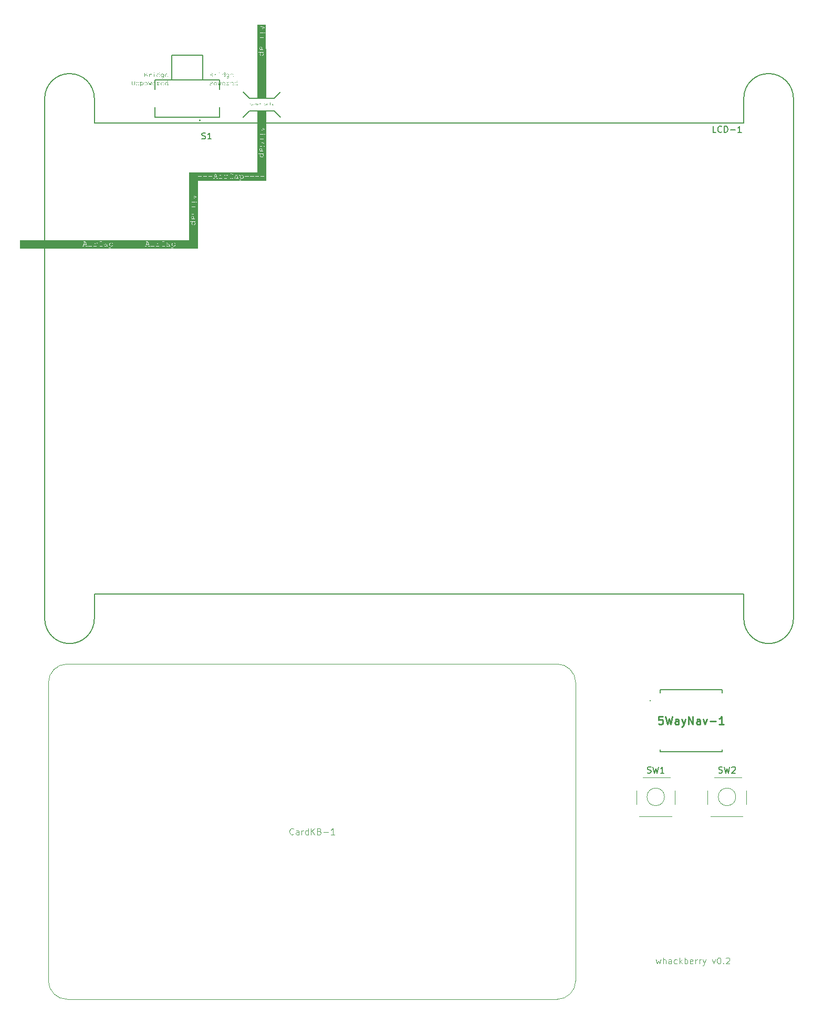
<source format=gbr>
%TF.GenerationSoftware,KiCad,Pcbnew,8.0.7-8.0.7-0~ubuntu22.04.1*%
%TF.CreationDate,2026-01-24T15:26:46-05:00*%
%TF.ProjectId,whackberry_mobo,77686163-6b62-4657-9272-795f6d6f626f,rev?*%
%TF.SameCoordinates,Original*%
%TF.FileFunction,Legend,Top*%
%TF.FilePolarity,Positive*%
%FSLAX46Y46*%
G04 Gerber Fmt 4.6, Leading zero omitted, Abs format (unit mm)*
G04 Created by KiCad (PCBNEW 8.0.7-8.0.7-0~ubuntu22.04.1) date 2026-01-24 15:26:46*
%MOMM*%
%LPD*%
G01*
G04 APERTURE LIST*
%ADD10C,0.200000*%
%ADD11C,0.150000*%
%ADD12C,0.125000*%
%ADD13C,0.100000*%
%ADD14C,0.254000*%
%ADD15C,0.120000*%
%ADD16C,0.127000*%
G04 APERTURE END LIST*
D10*
X71500000Y-23500000D02*
X70500000Y-22500000D01*
X75500000Y-23500000D02*
X71500000Y-23500000D01*
X75500000Y-25500000D02*
X76500000Y-26500000D01*
G36*
X74100000Y-25600000D02*
G01*
X74200000Y-25600000D01*
X74200000Y-36800000D01*
X74100000Y-36800000D01*
X74100000Y-25600000D01*
G37*
G36*
X63000000Y-46500000D02*
G01*
X63200000Y-46500000D01*
X63200000Y-47700000D01*
X63000000Y-47700000D01*
X63000000Y-46500000D01*
G37*
X71500000Y-25500000D02*
X70500000Y-26500000D01*
G36*
X74000000Y-35300000D02*
G01*
X74100000Y-35300000D01*
X74100000Y-36800000D01*
X74000000Y-36800000D01*
X74000000Y-35300000D01*
G37*
G36*
X61800000Y-35400000D02*
G01*
X72900000Y-35400000D01*
X72900000Y-35500000D01*
X61800000Y-35500000D01*
X61800000Y-35400000D01*
G37*
G36*
X74100000Y-15500000D02*
G01*
X74200000Y-15500000D01*
X74200000Y-23500000D01*
X74100000Y-23500000D01*
X74100000Y-15500000D01*
G37*
X71500000Y-25500000D02*
X75500000Y-25500000D01*
G36*
X63100000Y-36800000D02*
G01*
X63200000Y-36800000D01*
X63200000Y-47700000D01*
X63100000Y-47700000D01*
X63100000Y-36800000D01*
G37*
X76500000Y-22500000D02*
X75500000Y-23500000D01*
G36*
X61800000Y-35400000D02*
G01*
X63100000Y-35400000D01*
X63100000Y-35600000D01*
X61800000Y-35600000D01*
X61800000Y-35400000D01*
G37*
D11*
G36*
X49258581Y-46783852D02*
G01*
X49306490Y-46794613D01*
X49355170Y-46817012D01*
X49398325Y-46850307D01*
X49422728Y-46877329D01*
X49449866Y-46922338D01*
X49465644Y-46972718D01*
X49470132Y-47022009D01*
X49468343Y-47052047D01*
X49456107Y-47102479D01*
X49432279Y-47148235D01*
X49396859Y-47189316D01*
X49368374Y-47212723D01*
X49321526Y-47238753D01*
X49269731Y-47253887D01*
X49219539Y-47258192D01*
X49181603Y-47255745D01*
X49128756Y-47242897D01*
X49080778Y-47219037D01*
X49042219Y-47188583D01*
X49021180Y-47166091D01*
X48992297Y-47121878D01*
X48974967Y-47072874D01*
X48969190Y-47019078D01*
X48970973Y-46989023D01*
X48983168Y-46938469D01*
X49006917Y-46892474D01*
X49042219Y-46851039D01*
X49070786Y-46827383D01*
X49117728Y-46801076D01*
X49169576Y-46785781D01*
X49219783Y-46781430D01*
X49258581Y-46783852D01*
G37*
G36*
X59329202Y-46783852D02*
G01*
X59377111Y-46794613D01*
X59425791Y-46817012D01*
X59468946Y-46850307D01*
X59493349Y-46877329D01*
X59520487Y-46922338D01*
X59536265Y-46972718D01*
X59540753Y-47022009D01*
X59538964Y-47052047D01*
X59526728Y-47102479D01*
X59502900Y-47148235D01*
X59467480Y-47189316D01*
X59438995Y-47212723D01*
X59392147Y-47238753D01*
X59340352Y-47253887D01*
X59290160Y-47258192D01*
X59252224Y-47255745D01*
X59199378Y-47242897D01*
X59151400Y-47219037D01*
X59112840Y-47188583D01*
X59091801Y-47166091D01*
X59062918Y-47121878D01*
X59045588Y-47072874D01*
X59039811Y-47019078D01*
X59041594Y-46989023D01*
X59053789Y-46938469D01*
X59077538Y-46892474D01*
X59112840Y-46851039D01*
X59141408Y-46827383D01*
X59188349Y-46801076D01*
X59240197Y-46785781D01*
X59290404Y-46781430D01*
X59329202Y-46783852D01*
G37*
G36*
X48366485Y-47025209D02*
G01*
X48418423Y-47028716D01*
X48468546Y-47035547D01*
X48516852Y-47045701D01*
X48516852Y-47172463D01*
X48508090Y-47180588D01*
X48469416Y-47213466D01*
X48427894Y-47242928D01*
X48383984Y-47266741D01*
X48347866Y-47280318D01*
X48296764Y-47291510D01*
X48246964Y-47294829D01*
X48224788Y-47294024D01*
X48173883Y-47284396D01*
X48129972Y-47261856D01*
X48097365Y-47223265D01*
X48086496Y-47173928D01*
X48090847Y-47142375D01*
X48116475Y-47097678D01*
X48156106Y-47066217D01*
X48183669Y-47052106D01*
X48230488Y-47036414D01*
X48283875Y-47027291D01*
X48336845Y-47024696D01*
X48366485Y-47025209D01*
G37*
G36*
X58437106Y-47025209D02*
G01*
X58489044Y-47028716D01*
X58539167Y-47035547D01*
X58587473Y-47045701D01*
X58587473Y-47172463D01*
X58578711Y-47180588D01*
X58540037Y-47213466D01*
X58498516Y-47242928D01*
X58454605Y-47266741D01*
X58418488Y-47280318D01*
X58367385Y-47291510D01*
X58317585Y-47294829D01*
X58295409Y-47294024D01*
X58244504Y-47284396D01*
X58200593Y-47261856D01*
X58167986Y-47223265D01*
X58157117Y-47173928D01*
X58161468Y-47142375D01*
X58187096Y-47097678D01*
X58226727Y-47066217D01*
X58254290Y-47052106D01*
X58301109Y-47036414D01*
X58354496Y-47027291D01*
X58407466Y-47024696D01*
X58437106Y-47025209D01*
G37*
G36*
X45151674Y-47007843D02*
G01*
X44820969Y-47007843D01*
X44972889Y-46595561D01*
X44994138Y-46595561D01*
X45151674Y-47007843D01*
G37*
G36*
X55222295Y-47007843D02*
G01*
X54891591Y-47007843D01*
X55043510Y-46595561D01*
X55064759Y-46595561D01*
X55222295Y-47007843D01*
G37*
G36*
X63048061Y-47702695D02*
G01*
X34490249Y-47702695D01*
X34490249Y-47300446D01*
X44583321Y-47300446D01*
X44621179Y-47330000D01*
X44833670Y-47330000D01*
X44871772Y-47300446D01*
X44833670Y-47272358D01*
X44722540Y-47272358D01*
X44798499Y-47065484D01*
X45172679Y-47065484D01*
X45251570Y-47272358D01*
X45144591Y-47272358D01*
X45106734Y-47300446D01*
X45144591Y-47330000D01*
X45364166Y-47330000D01*
X45402023Y-47300446D01*
X45539288Y-47300446D01*
X45577145Y-47330000D01*
X46085170Y-47330000D01*
X46124494Y-47300446D01*
X46367271Y-47300446D01*
X46405129Y-47330000D01*
X46849895Y-47330000D01*
X46887752Y-47301912D01*
X46849895Y-47272358D01*
X46597836Y-47272358D01*
X46597836Y-46961437D01*
X46639399Y-46923896D01*
X46682049Y-46886610D01*
X46686950Y-46882547D01*
X47176936Y-46882547D01*
X47176936Y-46986838D01*
X47177340Y-47007311D01*
X47183393Y-47065637D01*
X47196711Y-47119327D01*
X47217293Y-47168379D01*
X47245140Y-47212795D01*
X47280251Y-47252575D01*
X47307224Y-47275987D01*
X47351749Y-47305254D01*
X47401151Y-47327496D01*
X47455430Y-47342714D01*
X47504388Y-47350031D01*
X47556734Y-47352470D01*
X47573761Y-47352185D01*
X47624374Y-47347906D01*
X47674282Y-47338492D01*
X47723487Y-47323943D01*
X47771987Y-47304260D01*
X47819783Y-47279441D01*
X47819783Y-47172463D01*
X48028855Y-47172463D01*
X48029038Y-47173928D01*
X48034746Y-47219599D01*
X48054836Y-47264671D01*
X48089183Y-47302644D01*
X48100873Y-47311549D01*
X48144646Y-47334904D01*
X48195813Y-47348529D01*
X48248185Y-47352470D01*
X48283799Y-47350646D01*
X48336132Y-47341069D01*
X48387159Y-47323283D01*
X48436882Y-47297288D01*
X48477320Y-47269355D01*
X48516852Y-47235722D01*
X48516852Y-47330000D01*
X48650697Y-47330000D01*
X48688555Y-47300446D01*
X48650697Y-47272358D01*
X48574738Y-47272358D01*
X48574738Y-46896713D01*
X48569657Y-46856800D01*
X48547074Y-46809773D01*
X48510502Y-46772882D01*
X48508457Y-46771416D01*
X48797732Y-46771416D01*
X48835589Y-46800969D01*
X48911549Y-46800969D01*
X48911549Y-47019078D01*
X48911549Y-47533942D01*
X48835589Y-47533942D01*
X48797732Y-47562030D01*
X48835589Y-47591584D01*
X49107187Y-47591584D01*
X49145045Y-47562030D01*
X49107187Y-47533942D01*
X48969190Y-47533942D01*
X48969190Y-47180767D01*
X48981222Y-47197123D01*
X49020283Y-47239859D01*
X49063791Y-47273098D01*
X49111748Y-47296840D01*
X49164152Y-47311085D01*
X49221004Y-47315833D01*
X49252729Y-47314494D01*
X49305181Y-47305703D01*
X49320198Y-47300446D01*
X54653942Y-47300446D01*
X54691800Y-47330000D01*
X54904291Y-47330000D01*
X54942393Y-47300446D01*
X54904291Y-47272358D01*
X54793161Y-47272358D01*
X54869120Y-47065484D01*
X55243300Y-47065484D01*
X55322191Y-47272358D01*
X55215212Y-47272358D01*
X55177355Y-47300446D01*
X55215212Y-47330000D01*
X55434787Y-47330000D01*
X55472644Y-47300446D01*
X55609909Y-47300446D01*
X55647766Y-47330000D01*
X56155792Y-47330000D01*
X56195115Y-47300446D01*
X56437892Y-47300446D01*
X56475750Y-47330000D01*
X56920516Y-47330000D01*
X56958374Y-47301912D01*
X56920516Y-47272358D01*
X56668457Y-47272358D01*
X56668457Y-46961437D01*
X56710020Y-46923896D01*
X56752670Y-46886610D01*
X56757571Y-46882547D01*
X57247557Y-46882547D01*
X57247557Y-46986838D01*
X57247961Y-47007311D01*
X57254014Y-47065637D01*
X57267332Y-47119327D01*
X57287914Y-47168379D01*
X57315761Y-47212795D01*
X57350872Y-47252575D01*
X57377845Y-47275987D01*
X57422370Y-47305254D01*
X57471772Y-47327496D01*
X57526051Y-47342714D01*
X57575009Y-47350031D01*
X57627355Y-47352470D01*
X57644382Y-47352185D01*
X57694995Y-47347906D01*
X57744903Y-47338492D01*
X57794108Y-47323943D01*
X57842608Y-47304260D01*
X57890404Y-47279441D01*
X57890404Y-47172463D01*
X58099476Y-47172463D01*
X58099659Y-47173928D01*
X58105368Y-47219599D01*
X58125457Y-47264671D01*
X58159804Y-47302644D01*
X58171494Y-47311549D01*
X58215267Y-47334904D01*
X58266434Y-47348529D01*
X58318806Y-47352470D01*
X58354420Y-47350646D01*
X58406753Y-47341069D01*
X58457780Y-47323283D01*
X58507503Y-47297288D01*
X58547941Y-47269355D01*
X58587473Y-47235722D01*
X58587473Y-47330000D01*
X58721318Y-47330000D01*
X58759176Y-47300446D01*
X58721318Y-47272358D01*
X58645359Y-47272358D01*
X58645359Y-46896713D01*
X58640278Y-46856800D01*
X58617695Y-46809773D01*
X58581123Y-46772882D01*
X58579078Y-46771416D01*
X58868353Y-46771416D01*
X58906210Y-46800969D01*
X58982170Y-46800969D01*
X58982170Y-47019078D01*
X58982170Y-47533942D01*
X58906210Y-47533942D01*
X58868353Y-47562030D01*
X58906210Y-47591584D01*
X59177808Y-47591584D01*
X59215666Y-47562030D01*
X59177808Y-47533942D01*
X59039811Y-47533942D01*
X59039811Y-47180767D01*
X59051843Y-47197123D01*
X59090904Y-47239859D01*
X59134412Y-47273098D01*
X59182369Y-47296840D01*
X59234773Y-47311085D01*
X59291625Y-47315833D01*
X59323350Y-47314494D01*
X59375802Y-47305703D01*
X59424350Y-47288708D01*
X59468994Y-47263508D01*
X59509734Y-47230104D01*
X59530514Y-47208054D01*
X59560212Y-47166490D01*
X59581424Y-47121139D01*
X59594152Y-47072002D01*
X59598394Y-47019078D01*
X59597021Y-46988384D01*
X59588005Y-46937699D01*
X59587931Y-46937501D01*
X59777913Y-46937501D01*
X59815771Y-46967055D01*
X60381437Y-46967055D01*
X60419295Y-46937501D01*
X60617131Y-46937501D01*
X60654989Y-46967055D01*
X61220655Y-46967055D01*
X61258513Y-46937501D01*
X61456350Y-46937501D01*
X61494207Y-46967055D01*
X62059874Y-46967055D01*
X62097732Y-46937501D01*
X62092136Y-46933349D01*
X62295568Y-46933349D01*
X62333426Y-46962903D01*
X62586706Y-46962903D01*
X62586706Y-47246957D01*
X62616259Y-47285059D01*
X62644347Y-47246957D01*
X62644347Y-46962903D01*
X62897627Y-46962903D01*
X62936950Y-46933349D01*
X62897627Y-46905017D01*
X62644347Y-46905017D01*
X62644347Y-46622428D01*
X62616259Y-46584326D01*
X62586706Y-46622428D01*
X62586706Y-46905017D01*
X62333426Y-46905017D01*
X62295568Y-46933349D01*
X62092136Y-46933349D01*
X62059874Y-46909413D01*
X61494207Y-46909413D01*
X61456350Y-46937501D01*
X61258513Y-46937501D01*
X61220655Y-46909413D01*
X60654989Y-46909413D01*
X60617131Y-46937501D01*
X60419295Y-46937501D01*
X60381437Y-46909413D01*
X59815771Y-46909413D01*
X59777913Y-46937501D01*
X59587931Y-46937501D01*
X59570574Y-46890871D01*
X59544728Y-46847900D01*
X59510467Y-46808785D01*
X59487814Y-46788807D01*
X59444937Y-46760255D01*
X59397947Y-46739860D01*
X59346843Y-46727623D01*
X59291625Y-46723545D01*
X59248340Y-46725998D01*
X59200263Y-46735661D01*
X59153872Y-46754563D01*
X59150271Y-46756543D01*
X59107240Y-46786699D01*
X59071644Y-46820855D01*
X59039811Y-46858611D01*
X59039811Y-46743328D01*
X58906210Y-46743328D01*
X58868353Y-46771416D01*
X58579078Y-46771416D01*
X58568822Y-46764064D01*
X58523446Y-46740938D01*
X58471344Y-46727447D01*
X58418702Y-46723545D01*
X58368268Y-46727172D01*
X58319982Y-46734900D01*
X58269469Y-46745526D01*
X58257905Y-46748280D01*
X58211274Y-46763135D01*
X58173970Y-46798283D01*
X58181542Y-46818066D01*
X58200593Y-46826371D01*
X58231668Y-46819261D01*
X58280949Y-46803900D01*
X58315127Y-46794070D01*
X58365422Y-46784590D01*
X58414549Y-46781430D01*
X58442536Y-46782546D01*
X58492224Y-46791476D01*
X58539602Y-46813182D01*
X58573963Y-46847228D01*
X58587473Y-46896713D01*
X58587473Y-46996608D01*
X58554275Y-46988094D01*
X58503713Y-46977473D01*
X58450590Y-46969941D01*
X58396231Y-46967055D01*
X58379909Y-46967277D01*
X58325846Y-46971556D01*
X58276552Y-46981282D01*
X58226055Y-46999066D01*
X58181786Y-47023963D01*
X58162495Y-47038732D01*
X58128494Y-47075925D01*
X58105987Y-47123686D01*
X58099476Y-47172463D01*
X57890404Y-47172463D01*
X57890404Y-47035931D01*
X57910188Y-47035931D01*
X57949511Y-47006378D01*
X57910188Y-46978290D01*
X57637124Y-46978290D01*
X57599267Y-47006378D01*
X57637124Y-47035931D01*
X57832763Y-47035931D01*
X57832763Y-47246957D01*
X57781716Y-47267901D01*
X57731158Y-47282861D01*
X57681088Y-47291837D01*
X57631507Y-47294829D01*
X57585612Y-47292819D01*
X57534711Y-47285102D01*
X57481077Y-47268785D01*
X57433638Y-47244591D01*
X57392393Y-47212519D01*
X57367274Y-47185306D01*
X57339259Y-47142200D01*
X57319589Y-47093249D01*
X57308264Y-47038456D01*
X57305198Y-46986838D01*
X57305198Y-46884012D01*
X57307294Y-46856512D01*
X57317899Y-46808053D01*
X57319550Y-46802396D01*
X57337288Y-46754326D01*
X57359420Y-46708157D01*
X57373677Y-46684933D01*
X57408899Y-46646142D01*
X57451500Y-46615345D01*
X57497819Y-46593652D01*
X57549794Y-46580964D01*
X57601953Y-46577243D01*
X57619176Y-46577578D01*
X57668139Y-46582601D01*
X57717785Y-46595252D01*
X57762421Y-46615345D01*
X57778343Y-46625054D01*
X57816382Y-46659980D01*
X57834228Y-46706692D01*
X57862316Y-46741863D01*
X57890404Y-46704005D01*
X57890404Y-46576022D01*
X57862316Y-46537920D01*
X57832763Y-46576022D01*
X57832763Y-46595561D01*
X57802204Y-46573678D01*
X57755735Y-46549273D01*
X57704965Y-46532138D01*
X57649894Y-46522272D01*
X57599267Y-46519602D01*
X57580306Y-46520022D01*
X57525963Y-46526334D01*
X57475434Y-46540218D01*
X57428717Y-46561676D01*
X57385812Y-46590708D01*
X57346720Y-46627313D01*
X57334712Y-46640932D01*
X57303336Y-46683657D01*
X57278933Y-46729180D01*
X57261502Y-46777503D01*
X57251043Y-46828625D01*
X57247557Y-46882547D01*
X56757571Y-46882547D01*
X56793715Y-46852584D01*
X56836741Y-46820753D01*
X56843139Y-46816672D01*
X56887177Y-46795474D01*
X56935903Y-46787048D01*
X56964681Y-46791925D01*
X57007466Y-46816601D01*
X57009727Y-46818419D01*
X57051186Y-46846154D01*
X57072191Y-46837606D01*
X57080739Y-46816601D01*
X57073766Y-46798229D01*
X57038485Y-46763112D01*
X57035846Y-46761023D01*
X56989783Y-46736622D01*
X56940055Y-46729162D01*
X56919748Y-46730381D01*
X56870427Y-46742710D01*
X56825994Y-46763845D01*
X56793525Y-46784453D01*
X56751487Y-46815738D01*
X56709221Y-46850749D01*
X56668457Y-46886943D01*
X56668457Y-46743328D01*
X56505303Y-46743328D01*
X56467445Y-46771416D01*
X56505303Y-46800969D01*
X56610816Y-46800969D01*
X56610816Y-47272358D01*
X56475750Y-47272358D01*
X56437892Y-47300446D01*
X56195115Y-47300446D01*
X56155792Y-47272358D01*
X55930600Y-47272358D01*
X55930600Y-46743328D01*
X55706873Y-46743328D01*
X55669016Y-46771416D01*
X55706873Y-46800969D01*
X55872958Y-46800969D01*
X55872958Y-47272358D01*
X55647766Y-47272358D01*
X55609909Y-47300446D01*
X55472644Y-47300446D01*
X55434787Y-47272358D01*
X55382763Y-47272358D01*
X55128410Y-46598492D01*
X55844870Y-46598492D01*
X55927913Y-46598492D01*
X55927913Y-46452191D01*
X55844870Y-46452191D01*
X55844870Y-46598492D01*
X55128410Y-46598492D01*
X55105547Y-46537920D01*
X54818562Y-46537920D01*
X54780460Y-46566008D01*
X54818562Y-46595561D01*
X54987334Y-46595561D01*
X54833937Y-47007843D01*
X54735519Y-47272358D01*
X54691800Y-47272358D01*
X54653942Y-47300446D01*
X49320198Y-47300446D01*
X49353728Y-47288708D01*
X49398373Y-47263508D01*
X49439113Y-47230104D01*
X49459893Y-47208054D01*
X49489591Y-47166490D01*
X49510803Y-47121139D01*
X49523531Y-47072002D01*
X49527773Y-47019078D01*
X49526400Y-46988384D01*
X49517384Y-46937699D01*
X49517310Y-46937501D01*
X49707292Y-46937501D01*
X49745150Y-46967055D01*
X50310816Y-46967055D01*
X50348674Y-46937501D01*
X50546510Y-46937501D01*
X50584368Y-46967055D01*
X51150034Y-46967055D01*
X51187892Y-46937501D01*
X51385729Y-46937501D01*
X51423586Y-46967055D01*
X51989253Y-46967055D01*
X52027110Y-46937501D01*
X52224947Y-46937501D01*
X52262805Y-46967055D01*
X52828471Y-46967055D01*
X52866329Y-46937501D01*
X53064166Y-46937501D01*
X53102023Y-46967055D01*
X53667690Y-46967055D01*
X53705547Y-46937501D01*
X53903384Y-46937501D01*
X53941242Y-46967055D01*
X54506908Y-46967055D01*
X54544766Y-46937501D01*
X54506908Y-46909413D01*
X53941242Y-46909413D01*
X53903384Y-46937501D01*
X53705547Y-46937501D01*
X53667690Y-46909413D01*
X53102023Y-46909413D01*
X53064166Y-46937501D01*
X52866329Y-46937501D01*
X52828471Y-46909413D01*
X52262805Y-46909413D01*
X52224947Y-46937501D01*
X52027110Y-46937501D01*
X51989253Y-46909413D01*
X51423586Y-46909413D01*
X51385729Y-46937501D01*
X51187892Y-46937501D01*
X51150034Y-46909413D01*
X50584368Y-46909413D01*
X50546510Y-46937501D01*
X50348674Y-46937501D01*
X50310816Y-46909413D01*
X49745150Y-46909413D01*
X49707292Y-46937501D01*
X49517310Y-46937501D01*
X49499953Y-46890871D01*
X49474107Y-46847900D01*
X49439846Y-46808785D01*
X49417192Y-46788807D01*
X49374316Y-46760255D01*
X49327326Y-46739860D01*
X49276222Y-46727623D01*
X49221004Y-46723545D01*
X49177719Y-46725998D01*
X49129642Y-46735661D01*
X49083251Y-46754563D01*
X49079650Y-46756543D01*
X49036619Y-46786699D01*
X49001023Y-46820855D01*
X48969190Y-46858611D01*
X48969190Y-46743328D01*
X48835589Y-46743328D01*
X48797732Y-46771416D01*
X48508457Y-46771416D01*
X48498201Y-46764064D01*
X48452825Y-46740938D01*
X48400723Y-46727447D01*
X48348080Y-46723545D01*
X48297647Y-46727172D01*
X48249361Y-46734900D01*
X48198848Y-46745526D01*
X48187284Y-46748280D01*
X48140653Y-46763135D01*
X48103349Y-46798283D01*
X48110921Y-46818066D01*
X48129972Y-46826371D01*
X48161047Y-46819261D01*
X48210327Y-46803900D01*
X48244506Y-46794070D01*
X48294801Y-46784590D01*
X48343928Y-46781430D01*
X48371915Y-46782546D01*
X48421603Y-46791476D01*
X48468981Y-46813182D01*
X48503342Y-46847228D01*
X48516852Y-46896713D01*
X48516852Y-46996608D01*
X48483654Y-46988094D01*
X48433092Y-46977473D01*
X48379968Y-46969941D01*
X48325610Y-46967055D01*
X48309288Y-46967277D01*
X48255225Y-46971556D01*
X48205931Y-46981282D01*
X48155434Y-46999066D01*
X48111165Y-47023963D01*
X48091874Y-47038732D01*
X48057872Y-47075925D01*
X48035366Y-47123686D01*
X48028855Y-47172463D01*
X47819783Y-47172463D01*
X47819783Y-47035931D01*
X47839567Y-47035931D01*
X47878890Y-47006378D01*
X47839567Y-46978290D01*
X47566503Y-46978290D01*
X47528646Y-47006378D01*
X47566503Y-47035931D01*
X47762142Y-47035931D01*
X47762142Y-47246957D01*
X47711095Y-47267901D01*
X47660537Y-47282861D01*
X47610467Y-47291837D01*
X47560886Y-47294829D01*
X47514991Y-47292819D01*
X47464089Y-47285102D01*
X47410456Y-47268785D01*
X47363017Y-47244591D01*
X47321772Y-47212519D01*
X47296652Y-47185306D01*
X47268638Y-47142200D01*
X47248968Y-47093249D01*
X47237643Y-47038456D01*
X47234577Y-46986838D01*
X47234577Y-46884012D01*
X47236673Y-46856512D01*
X47247278Y-46808053D01*
X47248928Y-46802396D01*
X47266667Y-46754326D01*
X47288799Y-46708157D01*
X47303056Y-46684933D01*
X47338277Y-46646142D01*
X47380879Y-46615345D01*
X47427198Y-46593652D01*
X47479173Y-46580964D01*
X47531332Y-46577243D01*
X47548555Y-46577578D01*
X47597518Y-46582601D01*
X47647164Y-46595252D01*
X47691800Y-46615345D01*
X47707721Y-46625054D01*
X47745761Y-46659980D01*
X47763607Y-46706692D01*
X47791695Y-46741863D01*
X47819783Y-46704005D01*
X47819783Y-46576022D01*
X47791695Y-46537920D01*
X47762142Y-46576022D01*
X47762142Y-46595561D01*
X47731583Y-46573678D01*
X47685114Y-46549273D01*
X47634344Y-46532138D01*
X47579273Y-46522272D01*
X47528646Y-46519602D01*
X47509684Y-46520022D01*
X47455342Y-46526334D01*
X47404813Y-46540218D01*
X47358095Y-46561676D01*
X47315191Y-46590708D01*
X47276099Y-46627313D01*
X47264091Y-46640932D01*
X47232715Y-46683657D01*
X47208312Y-46729180D01*
X47190881Y-46777503D01*
X47180422Y-46828625D01*
X47176936Y-46882547D01*
X46686950Y-46882547D01*
X46723093Y-46852584D01*
X46766120Y-46820753D01*
X46772518Y-46816672D01*
X46816556Y-46795474D01*
X46865282Y-46787048D01*
X46894060Y-46791925D01*
X46936845Y-46816601D01*
X46939106Y-46818419D01*
X46980565Y-46846154D01*
X47001570Y-46837606D01*
X47010118Y-46816601D01*
X47003145Y-46798229D01*
X46967864Y-46763112D01*
X46965224Y-46761023D01*
X46919162Y-46736622D01*
X46869434Y-46729162D01*
X46849127Y-46730381D01*
X46799806Y-46742710D01*
X46755373Y-46763845D01*
X46722904Y-46784453D01*
X46680866Y-46815738D01*
X46638600Y-46850749D01*
X46597836Y-46886943D01*
X46597836Y-46743328D01*
X46434682Y-46743328D01*
X46396824Y-46771416D01*
X46434682Y-46800969D01*
X46540195Y-46800969D01*
X46540195Y-47272358D01*
X46405129Y-47272358D01*
X46367271Y-47300446D01*
X46124494Y-47300446D01*
X46085170Y-47272358D01*
X45859979Y-47272358D01*
X45859979Y-46743328D01*
X45636252Y-46743328D01*
X45598394Y-46771416D01*
X45636252Y-46800969D01*
X45802337Y-46800969D01*
X45802337Y-47272358D01*
X45577145Y-47272358D01*
X45539288Y-47300446D01*
X45402023Y-47300446D01*
X45364166Y-47272358D01*
X45312142Y-47272358D01*
X45057789Y-46598492D01*
X45774249Y-46598492D01*
X45857292Y-46598492D01*
X45857292Y-46452191D01*
X45774249Y-46452191D01*
X45774249Y-46598492D01*
X45057789Y-46598492D01*
X45034926Y-46537920D01*
X44747941Y-46537920D01*
X44709839Y-46566008D01*
X44747941Y-46595561D01*
X44916713Y-46595561D01*
X44763316Y-47007843D01*
X44664898Y-47272358D01*
X44621179Y-47272358D01*
X44583321Y-47300446D01*
X34490249Y-47300446D01*
X34490249Y-46937501D01*
X34601360Y-46937501D01*
X34639218Y-46967055D01*
X35204884Y-46967055D01*
X35242742Y-46937501D01*
X35440579Y-46937501D01*
X35478436Y-46967055D01*
X36044103Y-46967055D01*
X36081960Y-46937501D01*
X36279797Y-46937501D01*
X36317655Y-46967055D01*
X36883321Y-46967055D01*
X36921179Y-46937501D01*
X37119016Y-46937501D01*
X37156873Y-46967055D01*
X37722540Y-46967055D01*
X37760397Y-46937501D01*
X37958234Y-46937501D01*
X37996092Y-46967055D01*
X38561758Y-46967055D01*
X38599616Y-46937501D01*
X38797452Y-46937501D01*
X38835310Y-46967055D01*
X39400976Y-46967055D01*
X39438834Y-46937501D01*
X39636671Y-46937501D01*
X39674528Y-46967055D01*
X40240195Y-46967055D01*
X40278053Y-46937501D01*
X40475889Y-46937501D01*
X40513747Y-46967055D01*
X41079413Y-46967055D01*
X41117271Y-46937501D01*
X41315108Y-46937501D01*
X41352965Y-46967055D01*
X41918632Y-46967055D01*
X41956489Y-46937501D01*
X42154326Y-46937501D01*
X42192184Y-46967055D01*
X42757850Y-46967055D01*
X42795708Y-46937501D01*
X42993545Y-46937501D01*
X43031402Y-46967055D01*
X43597069Y-46967055D01*
X43634926Y-46937501D01*
X43832763Y-46937501D01*
X43870621Y-46967055D01*
X44436287Y-46967055D01*
X44474145Y-46937501D01*
X44436287Y-46909413D01*
X43870621Y-46909413D01*
X43832763Y-46937501D01*
X43634926Y-46937501D01*
X43597069Y-46909413D01*
X43031402Y-46909413D01*
X42993545Y-46937501D01*
X42795708Y-46937501D01*
X42757850Y-46909413D01*
X42192184Y-46909413D01*
X42154326Y-46937501D01*
X41956489Y-46937501D01*
X41918632Y-46909413D01*
X41352965Y-46909413D01*
X41315108Y-46937501D01*
X41117271Y-46937501D01*
X41079413Y-46909413D01*
X40513747Y-46909413D01*
X40475889Y-46937501D01*
X40278053Y-46937501D01*
X40240195Y-46909413D01*
X39674528Y-46909413D01*
X39636671Y-46937501D01*
X39438834Y-46937501D01*
X39400976Y-46909413D01*
X38835310Y-46909413D01*
X38797452Y-46937501D01*
X38599616Y-46937501D01*
X38561758Y-46909413D01*
X37996092Y-46909413D01*
X37958234Y-46937501D01*
X37760397Y-46937501D01*
X37722540Y-46909413D01*
X37156873Y-46909413D01*
X37119016Y-46937501D01*
X36921179Y-46937501D01*
X36883321Y-46909413D01*
X36317655Y-46909413D01*
X36279797Y-46937501D01*
X36081960Y-46937501D01*
X36044103Y-46909413D01*
X35478436Y-46909413D01*
X35440579Y-46937501D01*
X35242742Y-46937501D01*
X35204884Y-46909413D01*
X34639218Y-46909413D01*
X34601360Y-46937501D01*
X34490249Y-46937501D01*
X34490249Y-46341080D01*
X63048061Y-46341080D01*
X63048061Y-47702695D01*
G37*
D12*
G36*
X71545082Y-24221051D02*
G01*
X71569827Y-24227325D01*
X71592343Y-24237782D01*
X71612630Y-24252421D01*
X71631167Y-24272440D01*
X71643637Y-24294989D01*
X71650040Y-24320070D01*
X71650976Y-24335097D01*
X71647692Y-24361583D01*
X71637839Y-24385673D01*
X71621417Y-24407367D01*
X71609455Y-24418384D01*
X71587603Y-24433290D01*
X71563446Y-24443938D01*
X71536984Y-24450326D01*
X71511938Y-24452423D01*
X71508217Y-24452456D01*
X71416015Y-24452456D01*
X71416015Y-24586179D01*
X71513101Y-24586179D01*
X71532885Y-24600223D01*
X71513101Y-24615000D01*
X71349214Y-24615000D01*
X71330286Y-24600223D01*
X71349214Y-24586179D01*
X71387194Y-24586179D01*
X71387194Y-24423635D01*
X71416015Y-24423635D01*
X71510293Y-24423635D01*
X71535038Y-24421578D01*
X71560154Y-24414465D01*
X71582766Y-24402272D01*
X71589061Y-24397623D01*
X71606513Y-24380340D01*
X71618924Y-24356893D01*
X71622156Y-24335097D01*
X71617948Y-24309612D01*
X71605326Y-24287012D01*
X71592236Y-24273548D01*
X71570310Y-24258878D01*
X71545671Y-24250297D01*
X71520917Y-24247780D01*
X71416015Y-24247780D01*
X71416015Y-24423635D01*
X71387194Y-24423635D01*
X71387194Y-24247780D01*
X71349214Y-24247780D01*
X71330286Y-24233004D01*
X71349214Y-24218960D01*
X71518108Y-24218960D01*
X71545082Y-24221051D01*
G37*
G36*
X71955217Y-24313395D02*
G01*
X71982018Y-24319391D01*
X72006798Y-24329804D01*
X72029556Y-24344635D01*
X72044574Y-24357934D01*
X72062656Y-24379070D01*
X72076297Y-24402192D01*
X72085496Y-24427302D01*
X72090255Y-24454398D01*
X72090980Y-24470774D01*
X72088724Y-24498168D01*
X72081957Y-24523715D01*
X72070679Y-24547415D01*
X72054889Y-24569269D01*
X72043841Y-24580928D01*
X72022312Y-24598581D01*
X71998971Y-24611899D01*
X71973819Y-24620881D01*
X71946856Y-24625527D01*
X71930635Y-24626235D01*
X71902368Y-24624049D01*
X71876018Y-24617492D01*
X71851584Y-24606565D01*
X71829068Y-24591266D01*
X71817062Y-24580561D01*
X71798837Y-24559556D01*
X71785088Y-24536610D01*
X71775816Y-24511724D01*
X71771020Y-24484898D01*
X71770289Y-24468698D01*
X71799110Y-24468698D01*
X71801506Y-24494450D01*
X71808696Y-24518218D01*
X71820679Y-24540002D01*
X71837456Y-24559801D01*
X71857659Y-24576256D01*
X71879924Y-24588011D01*
X71904249Y-24595063D01*
X71930635Y-24597414D01*
X71956769Y-24595086D01*
X71980949Y-24588102D01*
X72003175Y-24576463D01*
X72023447Y-24560167D01*
X72040384Y-24540566D01*
X72052481Y-24519134D01*
X72060307Y-24492833D01*
X72062159Y-24470774D01*
X72059786Y-24444136D01*
X72052664Y-24419788D01*
X72040796Y-24397730D01*
X72024180Y-24377962D01*
X72004091Y-24361666D01*
X71981803Y-24350027D01*
X71957318Y-24343043D01*
X71930635Y-24340715D01*
X71904249Y-24343043D01*
X71879924Y-24350027D01*
X71857659Y-24361666D01*
X71837456Y-24377962D01*
X71820679Y-24397600D01*
X71808696Y-24419269D01*
X71801506Y-24442969D01*
X71799110Y-24468698D01*
X71770289Y-24468698D01*
X71772527Y-24441275D01*
X71779242Y-24415641D01*
X71790432Y-24391794D01*
X71806099Y-24369736D01*
X71817062Y-24357934D01*
X71838483Y-24339947D01*
X71861821Y-24326378D01*
X71887076Y-24317227D01*
X71914247Y-24312493D01*
X71930635Y-24311772D01*
X71955217Y-24313395D01*
G37*
G36*
X72449406Y-24615000D02*
G01*
X72414235Y-24615000D01*
X72350244Y-24432794D01*
X72287595Y-24615000D01*
X72251814Y-24615000D01*
X72192707Y-24350484D01*
X72179274Y-24350484D01*
X72160345Y-24335708D01*
X72179274Y-24321664D01*
X72257431Y-24321664D01*
X72276360Y-24335708D01*
X72257431Y-24350484D01*
X72220062Y-24350484D01*
X72270743Y-24575554D01*
X72331193Y-24396280D01*
X72367096Y-24396280D01*
X72429745Y-24575554D01*
X72478227Y-24350484D01*
X72443056Y-24350484D01*
X72424127Y-24335708D01*
X72443056Y-24321664D01*
X72521214Y-24321664D01*
X72540143Y-24335708D01*
X72521214Y-24350484D01*
X72507780Y-24350484D01*
X72449406Y-24615000D01*
G37*
G36*
X72789237Y-24313343D02*
G01*
X72816938Y-24319149D01*
X72842137Y-24329232D01*
X72864836Y-24343592D01*
X72879518Y-24356468D01*
X72897077Y-24377420D01*
X72910323Y-24401164D01*
X72919256Y-24427702D01*
X72923481Y-24452672D01*
X72924581Y-24475048D01*
X72631978Y-24475048D01*
X72637763Y-24501449D01*
X72647426Y-24525088D01*
X72660966Y-24545963D01*
X72678384Y-24564075D01*
X72698885Y-24578661D01*
X72721676Y-24589079D01*
X72746757Y-24595330D01*
X72774127Y-24597414D01*
X72799063Y-24595937D01*
X72824411Y-24591506D01*
X72841538Y-24586912D01*
X72865569Y-24578067D01*
X72887340Y-24566509D01*
X72897226Y-24559434D01*
X72908461Y-24554549D01*
X72917864Y-24558824D01*
X72921772Y-24568593D01*
X72905852Y-24589626D01*
X72883250Y-24601679D01*
X72871458Y-24606573D01*
X72846461Y-24615175D01*
X72821785Y-24621319D01*
X72797429Y-24625006D01*
X72773394Y-24626235D01*
X72747497Y-24624556D01*
X72723111Y-24619520D01*
X72696571Y-24609401D01*
X72675459Y-24597091D01*
X72655858Y-24581423D01*
X72652739Y-24578485D01*
X72635889Y-24559816D01*
X72620637Y-24536224D01*
X72610130Y-24510679D01*
X72604368Y-24483183D01*
X72603157Y-24462348D01*
X72604483Y-24446228D01*
X72631978Y-24446228D01*
X72895027Y-24446228D01*
X72888114Y-24420807D01*
X72876854Y-24398400D01*
X72861246Y-24379007D01*
X72850697Y-24369535D01*
X72829334Y-24355604D01*
X72805497Y-24346231D01*
X72779188Y-24341418D01*
X72763503Y-24340715D01*
X72738865Y-24342493D01*
X72713555Y-24348745D01*
X72690797Y-24359499D01*
X72677041Y-24369169D01*
X72659257Y-24386769D01*
X72645472Y-24407556D01*
X72635686Y-24431531D01*
X72631978Y-24446228D01*
X72604483Y-24446228D01*
X72605378Y-24435345D01*
X72612040Y-24410329D01*
X72623143Y-24387300D01*
X72638687Y-24366257D01*
X72649563Y-24355125D01*
X72670877Y-24338233D01*
X72694213Y-24325489D01*
X72719570Y-24316895D01*
X72746949Y-24312449D01*
X72763503Y-24311772D01*
X72789237Y-24313343D01*
G37*
G36*
X73344190Y-24373077D02*
G01*
X73323461Y-24359209D01*
X73322330Y-24358300D01*
X73300938Y-24345962D01*
X73286549Y-24343524D01*
X73262185Y-24347737D01*
X73240166Y-24358336D01*
X73236967Y-24360376D01*
X73215454Y-24376292D01*
X73194932Y-24393305D01*
X73173607Y-24411948D01*
X73152826Y-24430718D01*
X73152826Y-24586179D01*
X73278855Y-24586179D01*
X73297784Y-24600956D01*
X73278855Y-24615000D01*
X73056472Y-24615000D01*
X73037543Y-24600223D01*
X73056472Y-24586179D01*
X73124005Y-24586179D01*
X73124005Y-24350484D01*
X73071249Y-24350484D01*
X73052320Y-24335708D01*
X73071249Y-24321664D01*
X73152826Y-24321664D01*
X73152826Y-24393471D01*
X73173208Y-24375374D01*
X73194340Y-24357869D01*
X73215360Y-24342226D01*
X73231594Y-24331922D01*
X73253811Y-24321355D01*
X73278471Y-24315190D01*
X73288625Y-24314581D01*
X73313489Y-24318311D01*
X73336520Y-24330511D01*
X73337840Y-24331556D01*
X73355480Y-24349114D01*
X73358967Y-24358300D01*
X73354692Y-24368803D01*
X73344190Y-24373077D01*
G37*
G36*
X74053263Y-24313395D02*
G01*
X74080064Y-24319391D01*
X74104844Y-24329804D01*
X74127602Y-24344635D01*
X74142620Y-24357934D01*
X74160702Y-24379070D01*
X74174343Y-24402192D01*
X74183542Y-24427302D01*
X74188301Y-24454398D01*
X74189026Y-24470774D01*
X74186770Y-24498168D01*
X74180003Y-24523715D01*
X74168725Y-24547415D01*
X74152935Y-24569269D01*
X74141887Y-24580928D01*
X74120358Y-24598581D01*
X74097018Y-24611899D01*
X74071865Y-24620881D01*
X74044902Y-24625527D01*
X74028681Y-24626235D01*
X74000414Y-24624049D01*
X73974064Y-24617492D01*
X73949630Y-24606565D01*
X73927114Y-24591266D01*
X73915108Y-24580561D01*
X73896883Y-24559556D01*
X73883134Y-24536610D01*
X73873862Y-24511724D01*
X73869066Y-24484898D01*
X73868335Y-24468698D01*
X73897156Y-24468698D01*
X73899552Y-24494450D01*
X73906742Y-24518218D01*
X73918726Y-24540002D01*
X73935502Y-24559801D01*
X73955705Y-24576256D01*
X73977970Y-24588011D01*
X74002295Y-24595063D01*
X74028681Y-24597414D01*
X74054815Y-24595086D01*
X74078995Y-24588102D01*
X74101221Y-24576463D01*
X74121493Y-24560167D01*
X74138430Y-24540566D01*
X74150527Y-24519134D01*
X74158353Y-24492833D01*
X74160205Y-24470774D01*
X74157832Y-24444136D01*
X74150710Y-24419788D01*
X74138842Y-24397730D01*
X74122226Y-24377962D01*
X74102137Y-24361666D01*
X74079849Y-24350027D01*
X74055364Y-24343043D01*
X74028681Y-24340715D01*
X74002295Y-24343043D01*
X73977970Y-24350027D01*
X73955705Y-24361666D01*
X73935502Y-24377962D01*
X73918726Y-24397600D01*
X73906742Y-24419269D01*
X73899552Y-24442969D01*
X73897156Y-24468698D01*
X73868335Y-24468698D01*
X73870573Y-24441275D01*
X73877288Y-24415641D01*
X73888478Y-24391794D01*
X73904145Y-24369736D01*
X73915108Y-24357934D01*
X73936529Y-24339947D01*
X73959867Y-24326378D01*
X73985122Y-24317227D01*
X74012293Y-24312493D01*
X74028681Y-24311772D01*
X74053263Y-24313395D01*
G37*
G36*
X74461601Y-24340715D02*
G01*
X74437421Y-24343157D01*
X74415561Y-24350851D01*
X74398342Y-24360743D01*
X74383199Y-24373688D01*
X74371964Y-24386022D01*
X74362072Y-24398722D01*
X74354745Y-24408248D01*
X74354745Y-24586179D01*
X74386374Y-24586179D01*
X74405425Y-24600223D01*
X74386374Y-24615000D01*
X74294295Y-24615000D01*
X74274511Y-24600223D01*
X74294295Y-24586179D01*
X74325924Y-24586179D01*
X74325924Y-24350484D01*
X74301988Y-24350484D01*
X74282937Y-24335708D01*
X74301988Y-24321664D01*
X74354745Y-24321664D01*
X74354745Y-24370268D01*
X74372982Y-24351225D01*
X74391445Y-24335126D01*
X74408234Y-24324106D01*
X74432134Y-24315253D01*
X74458313Y-24311880D01*
X74464410Y-24311772D01*
X74489699Y-24313946D01*
X74514920Y-24321459D01*
X74537111Y-24334339D01*
X74543178Y-24339249D01*
X74559922Y-24357723D01*
X74571178Y-24381046D01*
X74574930Y-24407515D01*
X74574930Y-24586179D01*
X74598866Y-24586179D01*
X74617794Y-24600223D01*
X74598866Y-24615000D01*
X74522173Y-24615000D01*
X74503122Y-24600223D01*
X74522173Y-24586179D01*
X74546109Y-24586179D01*
X74546109Y-24412400D01*
X74541715Y-24387746D01*
X74528531Y-24366786D01*
X74523150Y-24361475D01*
X74501975Y-24348034D01*
X74477778Y-24341708D01*
X74461601Y-24340715D01*
G37*
G36*
X74881943Y-24190139D02*
G01*
X74881943Y-24586179D01*
X74994539Y-24586179D01*
X75014200Y-24600223D01*
X74994539Y-24615000D01*
X74740526Y-24615000D01*
X74721598Y-24600223D01*
X74740526Y-24586179D01*
X74853122Y-24586179D01*
X74853122Y-24218960D01*
X74770812Y-24218960D01*
X74751884Y-24204183D01*
X74770812Y-24190139D01*
X74881943Y-24190139D01*
G37*
G36*
X75274808Y-24615000D02*
G01*
X75142550Y-24350484D01*
X75131315Y-24350484D01*
X75112386Y-24335708D01*
X75131315Y-24321664D01*
X75212281Y-24321664D01*
X75231210Y-24335708D01*
X75212281Y-24350484D01*
X75175645Y-24350484D01*
X75291050Y-24583370D01*
X75404256Y-24350484D01*
X75366277Y-24350484D01*
X75347348Y-24335708D01*
X75366277Y-24321664D01*
X75443702Y-24321664D01*
X75462630Y-24335708D01*
X75443702Y-24350484D01*
X75433810Y-24350484D01*
X75253803Y-24716971D01*
X75299476Y-24716971D01*
X75318405Y-24731015D01*
X75299476Y-24745792D01*
X75135589Y-24745792D01*
X75116538Y-24731015D01*
X75135589Y-24716971D01*
X75224860Y-24716971D01*
X75274808Y-24615000D01*
G37*
D13*
X137047618Y-162205752D02*
X137238094Y-162872419D01*
X137238094Y-162872419D02*
X137428570Y-162396228D01*
X137428570Y-162396228D02*
X137619046Y-162872419D01*
X137619046Y-162872419D02*
X137809522Y-162205752D01*
X138190475Y-162872419D02*
X138190475Y-161872419D01*
X138619046Y-162872419D02*
X138619046Y-162348609D01*
X138619046Y-162348609D02*
X138571427Y-162253371D01*
X138571427Y-162253371D02*
X138476189Y-162205752D01*
X138476189Y-162205752D02*
X138333332Y-162205752D01*
X138333332Y-162205752D02*
X138238094Y-162253371D01*
X138238094Y-162253371D02*
X138190475Y-162300990D01*
X139523808Y-162872419D02*
X139523808Y-162348609D01*
X139523808Y-162348609D02*
X139476189Y-162253371D01*
X139476189Y-162253371D02*
X139380951Y-162205752D01*
X139380951Y-162205752D02*
X139190475Y-162205752D01*
X139190475Y-162205752D02*
X139095237Y-162253371D01*
X139523808Y-162824800D02*
X139428570Y-162872419D01*
X139428570Y-162872419D02*
X139190475Y-162872419D01*
X139190475Y-162872419D02*
X139095237Y-162824800D01*
X139095237Y-162824800D02*
X139047618Y-162729561D01*
X139047618Y-162729561D02*
X139047618Y-162634323D01*
X139047618Y-162634323D02*
X139095237Y-162539085D01*
X139095237Y-162539085D02*
X139190475Y-162491466D01*
X139190475Y-162491466D02*
X139428570Y-162491466D01*
X139428570Y-162491466D02*
X139523808Y-162443847D01*
X140428570Y-162824800D02*
X140333332Y-162872419D01*
X140333332Y-162872419D02*
X140142856Y-162872419D01*
X140142856Y-162872419D02*
X140047618Y-162824800D01*
X140047618Y-162824800D02*
X139999999Y-162777180D01*
X139999999Y-162777180D02*
X139952380Y-162681942D01*
X139952380Y-162681942D02*
X139952380Y-162396228D01*
X139952380Y-162396228D02*
X139999999Y-162300990D01*
X139999999Y-162300990D02*
X140047618Y-162253371D01*
X140047618Y-162253371D02*
X140142856Y-162205752D01*
X140142856Y-162205752D02*
X140333332Y-162205752D01*
X140333332Y-162205752D02*
X140428570Y-162253371D01*
X140857142Y-162872419D02*
X140857142Y-161872419D01*
X140952380Y-162491466D02*
X141238094Y-162872419D01*
X141238094Y-162205752D02*
X140857142Y-162586704D01*
X141666666Y-162872419D02*
X141666666Y-161872419D01*
X141666666Y-162253371D02*
X141761904Y-162205752D01*
X141761904Y-162205752D02*
X141952380Y-162205752D01*
X141952380Y-162205752D02*
X142047618Y-162253371D01*
X142047618Y-162253371D02*
X142095237Y-162300990D01*
X142095237Y-162300990D02*
X142142856Y-162396228D01*
X142142856Y-162396228D02*
X142142856Y-162681942D01*
X142142856Y-162681942D02*
X142095237Y-162777180D01*
X142095237Y-162777180D02*
X142047618Y-162824800D01*
X142047618Y-162824800D02*
X141952380Y-162872419D01*
X141952380Y-162872419D02*
X141761904Y-162872419D01*
X141761904Y-162872419D02*
X141666666Y-162824800D01*
X142952380Y-162824800D02*
X142857142Y-162872419D01*
X142857142Y-162872419D02*
X142666666Y-162872419D01*
X142666666Y-162872419D02*
X142571428Y-162824800D01*
X142571428Y-162824800D02*
X142523809Y-162729561D01*
X142523809Y-162729561D02*
X142523809Y-162348609D01*
X142523809Y-162348609D02*
X142571428Y-162253371D01*
X142571428Y-162253371D02*
X142666666Y-162205752D01*
X142666666Y-162205752D02*
X142857142Y-162205752D01*
X142857142Y-162205752D02*
X142952380Y-162253371D01*
X142952380Y-162253371D02*
X142999999Y-162348609D01*
X142999999Y-162348609D02*
X142999999Y-162443847D01*
X142999999Y-162443847D02*
X142523809Y-162539085D01*
X143428571Y-162872419D02*
X143428571Y-162205752D01*
X143428571Y-162396228D02*
X143476190Y-162300990D01*
X143476190Y-162300990D02*
X143523809Y-162253371D01*
X143523809Y-162253371D02*
X143619047Y-162205752D01*
X143619047Y-162205752D02*
X143714285Y-162205752D01*
X144047619Y-162872419D02*
X144047619Y-162205752D01*
X144047619Y-162396228D02*
X144095238Y-162300990D01*
X144095238Y-162300990D02*
X144142857Y-162253371D01*
X144142857Y-162253371D02*
X144238095Y-162205752D01*
X144238095Y-162205752D02*
X144333333Y-162205752D01*
X144571429Y-162205752D02*
X144809524Y-162872419D01*
X145047619Y-162205752D02*
X144809524Y-162872419D01*
X144809524Y-162872419D02*
X144714286Y-163110514D01*
X144714286Y-163110514D02*
X144666667Y-163158133D01*
X144666667Y-163158133D02*
X144571429Y-163205752D01*
X146095239Y-162205752D02*
X146333334Y-162872419D01*
X146333334Y-162872419D02*
X146571429Y-162205752D01*
X147142858Y-161872419D02*
X147238096Y-161872419D01*
X147238096Y-161872419D02*
X147333334Y-161920038D01*
X147333334Y-161920038D02*
X147380953Y-161967657D01*
X147380953Y-161967657D02*
X147428572Y-162062895D01*
X147428572Y-162062895D02*
X147476191Y-162253371D01*
X147476191Y-162253371D02*
X147476191Y-162491466D01*
X147476191Y-162491466D02*
X147428572Y-162681942D01*
X147428572Y-162681942D02*
X147380953Y-162777180D01*
X147380953Y-162777180D02*
X147333334Y-162824800D01*
X147333334Y-162824800D02*
X147238096Y-162872419D01*
X147238096Y-162872419D02*
X147142858Y-162872419D01*
X147142858Y-162872419D02*
X147047620Y-162824800D01*
X147047620Y-162824800D02*
X147000001Y-162777180D01*
X147000001Y-162777180D02*
X146952382Y-162681942D01*
X146952382Y-162681942D02*
X146904763Y-162491466D01*
X146904763Y-162491466D02*
X146904763Y-162253371D01*
X146904763Y-162253371D02*
X146952382Y-162062895D01*
X146952382Y-162062895D02*
X147000001Y-161967657D01*
X147000001Y-161967657D02*
X147047620Y-161920038D01*
X147047620Y-161920038D02*
X147142858Y-161872419D01*
X147904763Y-162777180D02*
X147952382Y-162824800D01*
X147952382Y-162824800D02*
X147904763Y-162872419D01*
X147904763Y-162872419D02*
X147857144Y-162824800D01*
X147857144Y-162824800D02*
X147904763Y-162777180D01*
X147904763Y-162777180D02*
X147904763Y-162872419D01*
X148333334Y-161967657D02*
X148380953Y-161920038D01*
X148380953Y-161920038D02*
X148476191Y-161872419D01*
X148476191Y-161872419D02*
X148714286Y-161872419D01*
X148714286Y-161872419D02*
X148809524Y-161920038D01*
X148809524Y-161920038D02*
X148857143Y-161967657D01*
X148857143Y-161967657D02*
X148904762Y-162062895D01*
X148904762Y-162062895D02*
X148904762Y-162158133D01*
X148904762Y-162158133D02*
X148857143Y-162300990D01*
X148857143Y-162300990D02*
X148285715Y-162872419D01*
X148285715Y-162872419D02*
X148904762Y-162872419D01*
D12*
G36*
X54880284Y-19389255D02*
G01*
X54920588Y-19399516D01*
X54956596Y-19417165D01*
X54978213Y-19433035D01*
X55007271Y-19464474D01*
X55025566Y-19500416D01*
X55033099Y-19540861D01*
X55033315Y-19549490D01*
X55027343Y-19589228D01*
X55009428Y-19625010D01*
X54979569Y-19656835D01*
X54943645Y-19681436D01*
X54937767Y-19684703D01*
X54978915Y-19702030D01*
X55013089Y-19722381D01*
X55044892Y-19750795D01*
X55066652Y-19783564D01*
X55079345Y-19827299D01*
X55080600Y-19847857D01*
X55075257Y-19890203D01*
X55059229Y-19928579D01*
X55032515Y-19962987D01*
X55025890Y-19969392D01*
X54993494Y-19993856D01*
X54957636Y-20010313D01*
X54918316Y-20018764D01*
X54894976Y-20020000D01*
X54550495Y-20020000D01*
X54520209Y-19996357D01*
X54550495Y-19973886D01*
X54611263Y-19973886D01*
X54657376Y-19973886D01*
X54891458Y-19973886D01*
X54930417Y-19969569D01*
X54968020Y-19955010D01*
X54992868Y-19937348D01*
X55018230Y-19907544D01*
X55032495Y-19870171D01*
X55034487Y-19847857D01*
X55027157Y-19808278D01*
X55024913Y-19802916D01*
X55002678Y-19769810D01*
X54993845Y-19760711D01*
X54960770Y-19738708D01*
X54929170Y-19726908D01*
X54888019Y-19717959D01*
X54847389Y-19714277D01*
X54825220Y-19713817D01*
X54657376Y-19713817D01*
X54657376Y-19973886D01*
X54611263Y-19973886D01*
X54611263Y-19667704D01*
X54657376Y-19667704D01*
X54822875Y-19667704D01*
X54865400Y-19664422D01*
X54906315Y-19653230D01*
X54941089Y-19634096D01*
X54969189Y-19606215D01*
X54984995Y-19570306D01*
X54987202Y-19548513D01*
X54979235Y-19508228D01*
X54955337Y-19474227D01*
X54945583Y-19465666D01*
X54911511Y-19445424D01*
X54871724Y-19434525D01*
X54842024Y-19432449D01*
X54657376Y-19432449D01*
X54657376Y-19667704D01*
X54611263Y-19667704D01*
X54611263Y-19432449D01*
X54550495Y-19432449D01*
X54520209Y-19408806D01*
X54550495Y-19386336D01*
X54840851Y-19386336D01*
X54880284Y-19389255D01*
G37*
G36*
X55728332Y-19632923D02*
G01*
X55695165Y-19610735D01*
X55693357Y-19609281D01*
X55659128Y-19589540D01*
X55636106Y-19585638D01*
X55597125Y-19592379D01*
X55561894Y-19609337D01*
X55556776Y-19612602D01*
X55522355Y-19638067D01*
X55489520Y-19665288D01*
X55455399Y-19695117D01*
X55422149Y-19725150D01*
X55422149Y-19973886D01*
X55623796Y-19973886D01*
X55654082Y-19997529D01*
X55623796Y-20020000D01*
X55267983Y-20020000D01*
X55237697Y-19996357D01*
X55267983Y-19973886D01*
X55376036Y-19973886D01*
X55376036Y-19596775D01*
X55291626Y-19596775D01*
X55261340Y-19573133D01*
X55291626Y-19550662D01*
X55422149Y-19550662D01*
X55422149Y-19665554D01*
X55454760Y-19636599D01*
X55488573Y-19608590D01*
X55522203Y-19583562D01*
X55548179Y-19567076D01*
X55583725Y-19550168D01*
X55623182Y-19540305D01*
X55639428Y-19539330D01*
X55679210Y-19545297D01*
X55716060Y-19564818D01*
X55718172Y-19566489D01*
X55746396Y-19594583D01*
X55751975Y-19609281D01*
X55745136Y-19626085D01*
X55728332Y-19632923D01*
G37*
G36*
X56174613Y-19550662D02*
G01*
X56174613Y-19973886D01*
X56354766Y-19973886D01*
X56386225Y-19996357D01*
X56354766Y-20020000D01*
X55948346Y-20020000D01*
X55918060Y-19996357D01*
X55948346Y-19973886D01*
X56128500Y-19973886D01*
X56128500Y-19596775D01*
X55995631Y-19596775D01*
X55965345Y-19573133D01*
X55995631Y-19550662D01*
X56174613Y-19550662D01*
G37*
G36*
X56172463Y-19317752D02*
G01*
X56172463Y-19434794D01*
X56106029Y-19434794D01*
X56106029Y-19317752D01*
X56172463Y-19317752D01*
G37*
G36*
X57050956Y-19973886D02*
G01*
X57111724Y-19973886D01*
X57142010Y-19996357D01*
X57111724Y-20020000D01*
X57004648Y-20020000D01*
X57004648Y-19919762D01*
X56978577Y-19953818D01*
X56950311Y-19982101D01*
X56913496Y-20008422D01*
X56873521Y-20026431D01*
X56830386Y-20036129D01*
X56799874Y-20037976D01*
X56757395Y-20034423D01*
X56717664Y-20023764D01*
X56680683Y-20005999D01*
X56646450Y-19981128D01*
X56628123Y-19963726D01*
X56600333Y-19929839D01*
X56579370Y-19893147D01*
X56565231Y-19853651D01*
X56557918Y-19811349D01*
X56556804Y-19785917D01*
X56602917Y-19785917D01*
X56606568Y-19827524D01*
X56617523Y-19865785D01*
X56635780Y-19900699D01*
X56661340Y-19932267D01*
X56692261Y-19958340D01*
X56730901Y-19978768D01*
X56768673Y-19989011D01*
X56804368Y-19991863D01*
X56844436Y-19988138D01*
X56885805Y-19975043D01*
X56923248Y-19952521D01*
X56946029Y-19932267D01*
X56971675Y-19900833D01*
X56991768Y-19861792D01*
X57001843Y-19823818D01*
X57004648Y-19788066D01*
X57001021Y-19745959D01*
X56990139Y-19707369D01*
X56972004Y-19672295D01*
X56946615Y-19640739D01*
X56915963Y-19614666D01*
X56877333Y-19594239D01*
X56839311Y-19583996D01*
X56803196Y-19581144D01*
X56763116Y-19584869D01*
X56721704Y-19597963D01*
X56684187Y-19620486D01*
X56661340Y-19640739D01*
X56635780Y-19672161D01*
X56617523Y-19706831D01*
X56606568Y-19744750D01*
X56602917Y-19785917D01*
X56556804Y-19785917D01*
X56560217Y-19742041D01*
X56570455Y-19701025D01*
X56587518Y-19662871D01*
X56611407Y-19627578D01*
X56628123Y-19608695D01*
X56660785Y-19579915D01*
X56696196Y-19558205D01*
X56734355Y-19543563D01*
X56775264Y-19535990D01*
X56799874Y-19534836D01*
X56844818Y-19538950D01*
X56886739Y-19551294D01*
X56925638Y-19571868D01*
X56961514Y-19600671D01*
X56989102Y-19630960D01*
X57004648Y-19651877D01*
X57004648Y-19386336D01*
X56943880Y-19386336D01*
X56913594Y-19362693D01*
X56943880Y-19340223D01*
X57050956Y-19340223D01*
X57050956Y-19973886D01*
G37*
G36*
X57503058Y-19538675D02*
G01*
X57542943Y-19550195D01*
X57579573Y-19569395D01*
X57612947Y-19596275D01*
X57643064Y-19630834D01*
X57652380Y-19644061D01*
X57652380Y-19550662D01*
X57759456Y-19550662D01*
X57789742Y-19573133D01*
X57759456Y-19596775D01*
X57698688Y-19596775D01*
X57698688Y-20051458D01*
X57694407Y-20090484D01*
X57679607Y-20130258D01*
X57657249Y-20162824D01*
X57644564Y-20176315D01*
X57612343Y-20201912D01*
X57576351Y-20219131D01*
X57536588Y-20227974D01*
X57512868Y-20229267D01*
X57384689Y-20229267D01*
X57354208Y-20205624D01*
X57384689Y-20183154D01*
X57515213Y-20183154D01*
X57555705Y-20177438D01*
X57591307Y-20160293D01*
X57612324Y-20142512D01*
X57636733Y-20109814D01*
X57649876Y-20072390D01*
X57652380Y-20044815D01*
X57652380Y-19899637D01*
X57628103Y-19931047D01*
X57596138Y-19961711D01*
X57561081Y-19984710D01*
X57522934Y-20000042D01*
X57481695Y-20007708D01*
X57459916Y-20008667D01*
X57419423Y-20005329D01*
X57381548Y-19995315D01*
X57341468Y-19975696D01*
X57309202Y-19951377D01*
X57296176Y-19938911D01*
X57269681Y-19907046D01*
X57249693Y-19872489D01*
X57236213Y-19835239D01*
X57229241Y-19795296D01*
X57228179Y-19771263D01*
X57274292Y-19771263D01*
X57278650Y-19814299D01*
X57291726Y-19853502D01*
X57313519Y-19888872D01*
X57329393Y-19906866D01*
X57362352Y-19933785D01*
X57399020Y-19951895D01*
X57439398Y-19961194D01*
X57463433Y-19962554D01*
X57505857Y-19958195D01*
X57544539Y-19945119D01*
X57579482Y-19923326D01*
X57597278Y-19907452D01*
X57623914Y-19874588D01*
X57641833Y-19837983D01*
X57651034Y-19797638D01*
X57652380Y-19773607D01*
X57648972Y-19734174D01*
X57636994Y-19693870D01*
X57616391Y-19657863D01*
X57597865Y-19636245D01*
X57565191Y-19609609D01*
X57528498Y-19591691D01*
X57487787Y-19582489D01*
X57463433Y-19581144D01*
X57420995Y-19585503D01*
X57382265Y-19598578D01*
X57347245Y-19620371D01*
X57329393Y-19636245D01*
X57302757Y-19669202D01*
X57284838Y-19706086D01*
X57275637Y-19746895D01*
X57274292Y-19771263D01*
X57228179Y-19771263D01*
X57231432Y-19729809D01*
X57241194Y-19691104D01*
X57257463Y-19655149D01*
X57280239Y-19621942D01*
X57296176Y-19604200D01*
X57327319Y-19577173D01*
X57361080Y-19556783D01*
X57402870Y-19541609D01*
X57442241Y-19535445D01*
X57459916Y-19534836D01*
X57503058Y-19538675D01*
G37*
G36*
X58197281Y-19537350D02*
G01*
X58241602Y-19546638D01*
X58281922Y-19562771D01*
X58318239Y-19585748D01*
X58341731Y-19606350D01*
X58369824Y-19639872D01*
X58391018Y-19677863D01*
X58405311Y-19720324D01*
X58412071Y-19760276D01*
X58413831Y-19796078D01*
X57945666Y-19796078D01*
X57954923Y-19838319D01*
X57970384Y-19876140D01*
X57992048Y-19909541D01*
X58019916Y-19938520D01*
X58052718Y-19961857D01*
X58089183Y-19978527D01*
X58129313Y-19988529D01*
X58173105Y-19991863D01*
X58213002Y-19989500D01*
X58253559Y-19982411D01*
X58280963Y-19975059D01*
X58319413Y-19960908D01*
X58354245Y-19942415D01*
X58370063Y-19931095D01*
X58388039Y-19923279D01*
X58403084Y-19930118D01*
X58409337Y-19945750D01*
X58383866Y-19979403D01*
X58347702Y-19998686D01*
X58328835Y-20006517D01*
X58288840Y-20020280D01*
X58249358Y-20030111D01*
X58210389Y-20036010D01*
X58171933Y-20037976D01*
X58130497Y-20035290D01*
X58091479Y-20027232D01*
X58049015Y-20011042D01*
X58015236Y-19991345D01*
X57983875Y-19966277D01*
X57978883Y-19961577D01*
X57951924Y-19931706D01*
X57927520Y-19893958D01*
X57910709Y-19853087D01*
X57901490Y-19809093D01*
X57899553Y-19775757D01*
X57901674Y-19749965D01*
X57945666Y-19749965D01*
X58366546Y-19749965D01*
X58355484Y-19709291D01*
X58337468Y-19673440D01*
X58312496Y-19642412D01*
X58295618Y-19627257D01*
X58261436Y-19604966D01*
X58223297Y-19589970D01*
X58181202Y-19582270D01*
X58156106Y-19581144D01*
X58116685Y-19583989D01*
X58076191Y-19593993D01*
X58039776Y-19611199D01*
X58017767Y-19626671D01*
X57989312Y-19654830D01*
X57967257Y-19688089D01*
X57951600Y-19726450D01*
X57945666Y-19749965D01*
X57901674Y-19749965D01*
X57903106Y-19732552D01*
X57913765Y-19692526D01*
X57931530Y-19655680D01*
X57956401Y-19622012D01*
X57973803Y-19604200D01*
X58007905Y-19577173D01*
X58045242Y-19556783D01*
X58085814Y-19543032D01*
X58129621Y-19535919D01*
X58156106Y-19534836D01*
X58197281Y-19537350D01*
G37*
G36*
X53019191Y-20776449D02*
G01*
X53019191Y-21155709D01*
X53016096Y-21196138D01*
X53004980Y-21238771D01*
X52985779Y-21277593D01*
X52958494Y-21312605D01*
X52954515Y-21316714D01*
X52924789Y-21342143D01*
X52887313Y-21363557D01*
X52846100Y-21376813D01*
X52806973Y-21381721D01*
X52795269Y-21381976D01*
X52754896Y-21378881D01*
X52712465Y-21367765D01*
X52673990Y-21348564D01*
X52639473Y-21321279D01*
X52635436Y-21317300D01*
X52607397Y-21282948D01*
X52587369Y-21244565D01*
X52575353Y-21202152D01*
X52571410Y-21161735D01*
X52571347Y-21155709D01*
X52571347Y-20776449D01*
X52533050Y-20776449D01*
X52502568Y-20752806D01*
X52533050Y-20730336D01*
X52700698Y-20730336D01*
X52731179Y-20752806D01*
X52700698Y-20776449D01*
X52617460Y-20776449D01*
X52617460Y-21155709D01*
X52621509Y-21196831D01*
X52633658Y-21234026D01*
X52656655Y-21270751D01*
X52668653Y-21284083D01*
X52699366Y-21309113D01*
X52737987Y-21327317D01*
X52776792Y-21335054D01*
X52795269Y-21335863D01*
X52835257Y-21331721D01*
X52875519Y-21317402D01*
X52911392Y-21292855D01*
X52921298Y-21283497D01*
X52946328Y-21252218D01*
X52964532Y-21213185D01*
X52972269Y-21174204D01*
X52973078Y-21155709D01*
X52973078Y-20776449D01*
X52889840Y-20776449D01*
X52859358Y-20752806D01*
X52889840Y-20730336D01*
X53057488Y-20730336D01*
X53087969Y-20752806D01*
X53057488Y-20776449D01*
X53019191Y-20776449D01*
G37*
G36*
X53487942Y-20925144D02*
G01*
X53449253Y-20929052D01*
X53414278Y-20941362D01*
X53386727Y-20957189D01*
X53362498Y-20977900D01*
X53344522Y-20997635D01*
X53328695Y-21017956D01*
X53316972Y-21033197D01*
X53316972Y-21317886D01*
X53367579Y-21317886D01*
X53398060Y-21340357D01*
X53367579Y-21364000D01*
X53220251Y-21364000D01*
X53188597Y-21340357D01*
X53220251Y-21317886D01*
X53270858Y-21317886D01*
X53270858Y-20940775D01*
X53232561Y-20940775D01*
X53202080Y-20917133D01*
X53232561Y-20894662D01*
X53316972Y-20894662D01*
X53316972Y-20972429D01*
X53346151Y-20941960D01*
X53375692Y-20916202D01*
X53402554Y-20898570D01*
X53440793Y-20884405D01*
X53482681Y-20879009D01*
X53492436Y-20878836D01*
X53532898Y-20882313D01*
X53573251Y-20894334D01*
X53608758Y-20914942D01*
X53618465Y-20922799D01*
X53645255Y-20952356D01*
X53663264Y-20989674D01*
X53669267Y-21032025D01*
X53669267Y-21317886D01*
X53707565Y-21317886D01*
X53737851Y-21340357D01*
X53707565Y-21364000D01*
X53584857Y-21364000D01*
X53554376Y-21340357D01*
X53584857Y-21317886D01*
X53623154Y-21317886D01*
X53623154Y-21039840D01*
X53616123Y-21000394D01*
X53595030Y-20966858D01*
X53586420Y-20958361D01*
X53552540Y-20936854D01*
X53513825Y-20926733D01*
X53487942Y-20925144D01*
G37*
G36*
X54207985Y-20882099D02*
G01*
X54248868Y-20891888D01*
X54286460Y-20908204D01*
X54320761Y-20931045D01*
X54338884Y-20947028D01*
X54366292Y-20978320D01*
X54386969Y-21012697D01*
X54400914Y-21050159D01*
X54408126Y-21090707D01*
X54409226Y-21115263D01*
X54405832Y-21157602D01*
X54395649Y-21196911D01*
X54378679Y-21233192D01*
X54354921Y-21266443D01*
X54338297Y-21284083D01*
X54305705Y-21310807D01*
X54269990Y-21330966D01*
X54231151Y-21344563D01*
X54189190Y-21351595D01*
X54163810Y-21352667D01*
X54118328Y-21348868D01*
X54076405Y-21337472D01*
X54038040Y-21318478D01*
X54003233Y-21291887D01*
X53971984Y-21257698D01*
X53962359Y-21244614D01*
X53962359Y-21527154D01*
X54072757Y-21527154D01*
X54103043Y-21549624D01*
X54072757Y-21573267D01*
X53855478Y-21573267D01*
X53825192Y-21549624D01*
X53855478Y-21527154D01*
X53916246Y-21527154D01*
X53916246Y-21115263D01*
X53962359Y-21115263D01*
X53966980Y-21158299D01*
X53980844Y-21197502D01*
X54003951Y-21232872D01*
X54020782Y-21250866D01*
X54051630Y-21275229D01*
X54090012Y-21294318D01*
X54132289Y-21304596D01*
X54162638Y-21306554D01*
X54202791Y-21303110D01*
X54244227Y-21291003D01*
X54281706Y-21270178D01*
X54304494Y-21251452D01*
X54332830Y-21218588D01*
X54351893Y-21181983D01*
X54361681Y-21141638D01*
X54363112Y-21117607D01*
X54359522Y-21078174D01*
X54346900Y-21037870D01*
X54325189Y-21001863D01*
X54305667Y-20980245D01*
X54271143Y-20953609D01*
X54232199Y-20935691D01*
X54193871Y-20927081D01*
X54162833Y-20925144D01*
X54122668Y-20928624D01*
X54081189Y-20940860D01*
X54043636Y-20961906D01*
X54020782Y-20980831D01*
X53992540Y-21013979D01*
X53973541Y-21050775D01*
X53963785Y-21091218D01*
X53962359Y-21115263D01*
X53916246Y-21115263D01*
X53916246Y-20940775D01*
X53855478Y-20940775D01*
X53825192Y-20917133D01*
X53855478Y-20894662D01*
X53962359Y-20894662D01*
X53962359Y-20986889D01*
X53987825Y-20956684D01*
X54016302Y-20929359D01*
X54050727Y-20905234D01*
X54053608Y-20903651D01*
X54090721Y-20888529D01*
X54129182Y-20880798D01*
X54163810Y-20878836D01*
X54207985Y-20882099D01*
G37*
G36*
X54848725Y-20881432D02*
G01*
X54891607Y-20891025D01*
X54931255Y-20907687D01*
X54967668Y-20931417D01*
X54991696Y-20952695D01*
X55020627Y-20986512D01*
X55042453Y-21023508D01*
X55057172Y-21063683D01*
X55064786Y-21107038D01*
X55065946Y-21133239D01*
X55062337Y-21177069D01*
X55051509Y-21217944D01*
X55033464Y-21255864D01*
X55008201Y-21290830D01*
X54990524Y-21309484D01*
X54956077Y-21337731D01*
X54918732Y-21359039D01*
X54878489Y-21373410D01*
X54835347Y-21380843D01*
X54809393Y-21381976D01*
X54764166Y-21378479D01*
X54722006Y-21367988D01*
X54682913Y-21350504D01*
X54646886Y-21326026D01*
X54627676Y-21308898D01*
X54598517Y-21275289D01*
X54576519Y-21238576D01*
X54561683Y-21198759D01*
X54554010Y-21155837D01*
X54552840Y-21129917D01*
X54598953Y-21129917D01*
X54602788Y-21171121D01*
X54614292Y-21209150D01*
X54633465Y-21244003D01*
X54660307Y-21275681D01*
X54692633Y-21302011D01*
X54728256Y-21320817D01*
X54767176Y-21332101D01*
X54809393Y-21335863D01*
X54851207Y-21332138D01*
X54889895Y-21320964D01*
X54925457Y-21302340D01*
X54957893Y-21276267D01*
X54984991Y-21244907D01*
X55004348Y-21210615D01*
X55016869Y-21168533D01*
X55019833Y-21133239D01*
X55016035Y-21090618D01*
X55004641Y-21051662D01*
X54985651Y-21016369D01*
X54959065Y-20984739D01*
X54926923Y-20958666D01*
X54891263Y-20940043D01*
X54852087Y-20928869D01*
X54809393Y-20925144D01*
X54767176Y-20928869D01*
X54728256Y-20940043D01*
X54692633Y-20958666D01*
X54660307Y-20984739D01*
X54633465Y-21016161D01*
X54614292Y-21050831D01*
X54602788Y-21088750D01*
X54598953Y-21129917D01*
X54552840Y-21129917D01*
X54556421Y-21086041D01*
X54567164Y-21045025D01*
X54585070Y-21006871D01*
X54610137Y-20971578D01*
X54627676Y-20952695D01*
X54661950Y-20923915D01*
X54699291Y-20902205D01*
X54739699Y-20887563D01*
X54783174Y-20879990D01*
X54809393Y-20878836D01*
X54848725Y-20881432D01*
G37*
G36*
X55639428Y-21364000D02*
G01*
X55583154Y-21364000D01*
X55480768Y-21072471D01*
X55380531Y-21364000D01*
X55323280Y-21364000D01*
X55228709Y-20940775D01*
X55207216Y-20940775D01*
X55176930Y-20917133D01*
X55207216Y-20894662D01*
X55332268Y-20894662D01*
X55362554Y-20917133D01*
X55332268Y-20940775D01*
X55272477Y-20940775D01*
X55353566Y-21300887D01*
X55450286Y-21014048D01*
X55507732Y-21014048D01*
X55607969Y-21300887D01*
X55685541Y-20940775D01*
X55629267Y-20940775D01*
X55598981Y-20917133D01*
X55629267Y-20894662D01*
X55754320Y-20894662D01*
X55784606Y-20917133D01*
X55754320Y-20940775D01*
X55732826Y-20940775D01*
X55639428Y-21364000D01*
G37*
G36*
X56183157Y-20881350D02*
G01*
X56227478Y-20890638D01*
X56267798Y-20906771D01*
X56304115Y-20929748D01*
X56327607Y-20950350D01*
X56355700Y-20983872D01*
X56376894Y-21021863D01*
X56391187Y-21064324D01*
X56397947Y-21104276D01*
X56399707Y-21140078D01*
X55931542Y-21140078D01*
X55940799Y-21182319D01*
X55956260Y-21220140D01*
X55977924Y-21253541D01*
X56005792Y-21282520D01*
X56038594Y-21305857D01*
X56075059Y-21322527D01*
X56115189Y-21332529D01*
X56158981Y-21335863D01*
X56198878Y-21333500D01*
X56239435Y-21326411D01*
X56266839Y-21319059D01*
X56305289Y-21304908D01*
X56340121Y-21286415D01*
X56355939Y-21275095D01*
X56373915Y-21267279D01*
X56388960Y-21274118D01*
X56395213Y-21289750D01*
X56369742Y-21323403D01*
X56333578Y-21342686D01*
X56314711Y-21350517D01*
X56274716Y-21364280D01*
X56235234Y-21374111D01*
X56196265Y-21380010D01*
X56157809Y-21381976D01*
X56116373Y-21379290D01*
X56077355Y-21371232D01*
X56034891Y-21355042D01*
X56001112Y-21335345D01*
X55969751Y-21310277D01*
X55964759Y-21305577D01*
X55937800Y-21275706D01*
X55913396Y-21237958D01*
X55896585Y-21197087D01*
X55887366Y-21153093D01*
X55885429Y-21119757D01*
X55887550Y-21093965D01*
X55931542Y-21093965D01*
X56352422Y-21093965D01*
X56341360Y-21053291D01*
X56323344Y-21017440D01*
X56298372Y-20986412D01*
X56281494Y-20971257D01*
X56247312Y-20948966D01*
X56209173Y-20933970D01*
X56167078Y-20926270D01*
X56141982Y-20925144D01*
X56102561Y-20927989D01*
X56062067Y-20937993D01*
X56025652Y-20955199D01*
X56003643Y-20970671D01*
X55975188Y-20998830D01*
X55953133Y-21032089D01*
X55937476Y-21070450D01*
X55931542Y-21093965D01*
X55887550Y-21093965D01*
X55888982Y-21076552D01*
X55899641Y-21036526D01*
X55917406Y-20999680D01*
X55942277Y-20966012D01*
X55959679Y-20948200D01*
X55993781Y-20921173D01*
X56031118Y-20900783D01*
X56071690Y-20887032D01*
X56115497Y-20879919D01*
X56141982Y-20878836D01*
X56183157Y-20881350D01*
G37*
G36*
X57071082Y-20976923D02*
G01*
X57037915Y-20954735D01*
X57036106Y-20953281D01*
X57001878Y-20933540D01*
X56978856Y-20929638D01*
X56939875Y-20936379D01*
X56904644Y-20953337D01*
X56899526Y-20956602D01*
X56865105Y-20982067D01*
X56832269Y-21009288D01*
X56798149Y-21039117D01*
X56764899Y-21069150D01*
X56764899Y-21317886D01*
X56966546Y-21317886D01*
X56996832Y-21341529D01*
X56966546Y-21364000D01*
X56610733Y-21364000D01*
X56580447Y-21340357D01*
X56610733Y-21317886D01*
X56718786Y-21317886D01*
X56718786Y-20940775D01*
X56634376Y-20940775D01*
X56604089Y-20917133D01*
X56634376Y-20894662D01*
X56764899Y-20894662D01*
X56764899Y-21009554D01*
X56797510Y-20980599D01*
X56831323Y-20952590D01*
X56864953Y-20927562D01*
X56890928Y-20911076D01*
X56926475Y-20894168D01*
X56965931Y-20884305D01*
X56982177Y-20883330D01*
X57021959Y-20889297D01*
X57058810Y-20908818D01*
X57060921Y-20910489D01*
X57089146Y-20938583D01*
X57094724Y-20953281D01*
X57087886Y-20970085D01*
X57071082Y-20976923D01*
G37*
G36*
X57525906Y-20881350D02*
G01*
X57570228Y-20890638D01*
X57610547Y-20906771D01*
X57646865Y-20929748D01*
X57670356Y-20950350D01*
X57698450Y-20983872D01*
X57719643Y-21021863D01*
X57733937Y-21064324D01*
X57740696Y-21104276D01*
X57742457Y-21140078D01*
X57274292Y-21140078D01*
X57283549Y-21182319D01*
X57299009Y-21220140D01*
X57320674Y-21253541D01*
X57348542Y-21282520D01*
X57381343Y-21305857D01*
X57417809Y-21322527D01*
X57457938Y-21332529D01*
X57501731Y-21335863D01*
X57541628Y-21333500D01*
X57582184Y-21326411D01*
X57609588Y-21319059D01*
X57648038Y-21304908D01*
X57682871Y-21286415D01*
X57698688Y-21275095D01*
X57716664Y-21267279D01*
X57731710Y-21274118D01*
X57737962Y-21289750D01*
X57712491Y-21323403D01*
X57676328Y-21342686D01*
X57657460Y-21350517D01*
X57617465Y-21364280D01*
X57577983Y-21374111D01*
X57539014Y-21380010D01*
X57500558Y-21381976D01*
X57459123Y-21379290D01*
X57420105Y-21371232D01*
X57377640Y-21355042D01*
X57343861Y-21335345D01*
X57312501Y-21310277D01*
X57307509Y-21305577D01*
X57280549Y-21275706D01*
X57256146Y-21237958D01*
X57239335Y-21197087D01*
X57230116Y-21153093D01*
X57228179Y-21119757D01*
X57230300Y-21093965D01*
X57274292Y-21093965D01*
X57695171Y-21093965D01*
X57684110Y-21053291D01*
X57666093Y-21017440D01*
X57641122Y-20986412D01*
X57624243Y-20971257D01*
X57590061Y-20948966D01*
X57551923Y-20933970D01*
X57509827Y-20926270D01*
X57484731Y-20925144D01*
X57445311Y-20927989D01*
X57404816Y-20937993D01*
X57368402Y-20955199D01*
X57346392Y-20970671D01*
X57317938Y-20998830D01*
X57295882Y-21032089D01*
X57280225Y-21070450D01*
X57274292Y-21093965D01*
X57230300Y-21093965D01*
X57231732Y-21076552D01*
X57242391Y-21036526D01*
X57260156Y-20999680D01*
X57285026Y-20966012D01*
X57302429Y-20948200D01*
X57336530Y-20921173D01*
X57373867Y-20900783D01*
X57414439Y-20887032D01*
X57458246Y-20879919D01*
X57484731Y-20878836D01*
X57525906Y-20881350D01*
G37*
G36*
X58393706Y-21317886D02*
G01*
X58454473Y-21317886D01*
X58484759Y-21340357D01*
X58454473Y-21364000D01*
X58347397Y-21364000D01*
X58347397Y-21263762D01*
X58321326Y-21297818D01*
X58293061Y-21326101D01*
X58256246Y-21352422D01*
X58216271Y-21370431D01*
X58173136Y-21380129D01*
X58142624Y-21381976D01*
X58100145Y-21378423D01*
X58060414Y-21367764D01*
X58023433Y-21349999D01*
X57989200Y-21325128D01*
X57970872Y-21307726D01*
X57943083Y-21273839D01*
X57922119Y-21237147D01*
X57907981Y-21197651D01*
X57900668Y-21155349D01*
X57899554Y-21129917D01*
X57945667Y-21129917D01*
X57949318Y-21171524D01*
X57960272Y-21209785D01*
X57978529Y-21244699D01*
X58004089Y-21276267D01*
X58035011Y-21302340D01*
X58073651Y-21322768D01*
X58111423Y-21333011D01*
X58147118Y-21335863D01*
X58187186Y-21332138D01*
X58228555Y-21319043D01*
X58265998Y-21296521D01*
X58288779Y-21276267D01*
X58314424Y-21244833D01*
X58334517Y-21205792D01*
X58344592Y-21167818D01*
X58347397Y-21132066D01*
X58343770Y-21089959D01*
X58332889Y-21051369D01*
X58314754Y-21016295D01*
X58289365Y-20984739D01*
X58258713Y-20958666D01*
X58220083Y-20938239D01*
X58182060Y-20927996D01*
X58145946Y-20925144D01*
X58105865Y-20928869D01*
X58064454Y-20941963D01*
X58026937Y-20964486D01*
X58004089Y-20984739D01*
X57978529Y-21016161D01*
X57960272Y-21050831D01*
X57949318Y-21088750D01*
X57945667Y-21129917D01*
X57899554Y-21129917D01*
X57902966Y-21086041D01*
X57913204Y-21045025D01*
X57930268Y-21006871D01*
X57954157Y-20971578D01*
X57970872Y-20952695D01*
X58003534Y-20923915D01*
X58038945Y-20902205D01*
X58077105Y-20887563D01*
X58118013Y-20879990D01*
X58142624Y-20878836D01*
X58187568Y-20882950D01*
X58229489Y-20895294D01*
X58268388Y-20915868D01*
X58304264Y-20944671D01*
X58331852Y-20974960D01*
X58347397Y-20995877D01*
X58347397Y-20730336D01*
X58286630Y-20730336D01*
X58256343Y-20706693D01*
X58286630Y-20684223D01*
X58393706Y-20684223D01*
X58393706Y-21317886D01*
G37*
D11*
G36*
X70305615Y-35883852D02*
G01*
X70353525Y-35894613D01*
X70402204Y-35917012D01*
X70445359Y-35950307D01*
X70469762Y-35977329D01*
X70496900Y-36022338D01*
X70512678Y-36072718D01*
X70517166Y-36122009D01*
X70515377Y-36152047D01*
X70503141Y-36202479D01*
X70479313Y-36248235D01*
X70443893Y-36289316D01*
X70415409Y-36312723D01*
X70368560Y-36338753D01*
X70316765Y-36353887D01*
X70266573Y-36358192D01*
X70228637Y-36355745D01*
X70175791Y-36342897D01*
X70127813Y-36319037D01*
X70089253Y-36288583D01*
X70068214Y-36266091D01*
X70039331Y-36221878D01*
X70022001Y-36172874D01*
X70016224Y-36119078D01*
X70018007Y-36089023D01*
X70030202Y-36038469D01*
X70053951Y-35992474D01*
X70089253Y-35951039D01*
X70117821Y-35927383D01*
X70164762Y-35901076D01*
X70216610Y-35885781D01*
X70266817Y-35881430D01*
X70305615Y-35883852D01*
G37*
G36*
X69413519Y-36125209D02*
G01*
X69465458Y-36128716D01*
X69515580Y-36135547D01*
X69563886Y-36145701D01*
X69563886Y-36272463D01*
X69555124Y-36280588D01*
X69516450Y-36313466D01*
X69474929Y-36342928D01*
X69431018Y-36366741D01*
X69394901Y-36380318D01*
X69343799Y-36391510D01*
X69293998Y-36394829D01*
X69271822Y-36394024D01*
X69220917Y-36384396D01*
X69177006Y-36361856D01*
X69144399Y-36323265D01*
X69133531Y-36273928D01*
X69137881Y-36242375D01*
X69163509Y-36197678D01*
X69203140Y-36166217D01*
X69230703Y-36152106D01*
X69277522Y-36136414D01*
X69330909Y-36127291D01*
X69383879Y-36124696D01*
X69413519Y-36125209D01*
G37*
G36*
X66198709Y-36107843D02*
G01*
X65868004Y-36107843D01*
X66019923Y-35695561D01*
X66041172Y-35695561D01*
X66198709Y-36107843D01*
G37*
G36*
X74024474Y-36802695D02*
G01*
X63090249Y-36802695D01*
X63090249Y-36400446D01*
X65630355Y-36400446D01*
X65668213Y-36430000D01*
X65880704Y-36430000D01*
X65918806Y-36400446D01*
X65880704Y-36372358D01*
X65769574Y-36372358D01*
X65845533Y-36165484D01*
X66219713Y-36165484D01*
X66298604Y-36372358D01*
X66191625Y-36372358D01*
X66153768Y-36400446D01*
X66191625Y-36430000D01*
X66411200Y-36430000D01*
X66449057Y-36400446D01*
X66586322Y-36400446D01*
X66624180Y-36430000D01*
X67132205Y-36430000D01*
X67171528Y-36400446D01*
X67414305Y-36400446D01*
X67452163Y-36430000D01*
X67896929Y-36430000D01*
X67934787Y-36401912D01*
X67896929Y-36372358D01*
X67644870Y-36372358D01*
X67644870Y-36061437D01*
X67686433Y-36023896D01*
X67729083Y-35986610D01*
X67733984Y-35982547D01*
X68223970Y-35982547D01*
X68223970Y-36086838D01*
X68224374Y-36107311D01*
X68230427Y-36165637D01*
X68243745Y-36219327D01*
X68264328Y-36268379D01*
X68292174Y-36312795D01*
X68327285Y-36352575D01*
X68354258Y-36375987D01*
X68398783Y-36405254D01*
X68448185Y-36427496D01*
X68502464Y-36442714D01*
X68551423Y-36450031D01*
X68603768Y-36452470D01*
X68620795Y-36452185D01*
X68671408Y-36447906D01*
X68721316Y-36438492D01*
X68770521Y-36423943D01*
X68819021Y-36404260D01*
X68866817Y-36379441D01*
X68866817Y-36272463D01*
X69075889Y-36272463D01*
X69076072Y-36273928D01*
X69081781Y-36319599D01*
X69101870Y-36364671D01*
X69136217Y-36402644D01*
X69147907Y-36411549D01*
X69191680Y-36434904D01*
X69242847Y-36448529D01*
X69295219Y-36452470D01*
X69330833Y-36450646D01*
X69383166Y-36441069D01*
X69434193Y-36423283D01*
X69483916Y-36397288D01*
X69524354Y-36369355D01*
X69563886Y-36335722D01*
X69563886Y-36430000D01*
X69697732Y-36430000D01*
X69735589Y-36400446D01*
X69697732Y-36372358D01*
X69621772Y-36372358D01*
X69621772Y-35996713D01*
X69616691Y-35956800D01*
X69594108Y-35909773D01*
X69557536Y-35872882D01*
X69555491Y-35871416D01*
X69844766Y-35871416D01*
X69882623Y-35900969D01*
X69958583Y-35900969D01*
X69958583Y-36119078D01*
X69958583Y-36633942D01*
X69882623Y-36633942D01*
X69844766Y-36662030D01*
X69882623Y-36691584D01*
X70154221Y-36691584D01*
X70192079Y-36662030D01*
X70154221Y-36633942D01*
X70016224Y-36633942D01*
X70016224Y-36280767D01*
X70028256Y-36297123D01*
X70067317Y-36339859D01*
X70110825Y-36373098D01*
X70158782Y-36396840D01*
X70211186Y-36411085D01*
X70268039Y-36415833D01*
X70299763Y-36414494D01*
X70352215Y-36405703D01*
X70400763Y-36388708D01*
X70445407Y-36363508D01*
X70486147Y-36330104D01*
X70506927Y-36308054D01*
X70536625Y-36266490D01*
X70557837Y-36221139D01*
X70570565Y-36172002D01*
X70574808Y-36119078D01*
X70573434Y-36088384D01*
X70564418Y-36037699D01*
X70564344Y-36037501D01*
X70754326Y-36037501D01*
X70792184Y-36067055D01*
X71357850Y-36067055D01*
X71395708Y-36037501D01*
X71593545Y-36037501D01*
X71631402Y-36067055D01*
X72197069Y-36067055D01*
X72234926Y-36037501D01*
X72432763Y-36037501D01*
X72470621Y-36067055D01*
X73036287Y-36067055D01*
X73074145Y-36037501D01*
X73068549Y-36033349D01*
X73271981Y-36033349D01*
X73309839Y-36062903D01*
X73563119Y-36062903D01*
X73563119Y-36346957D01*
X73592672Y-36385059D01*
X73620760Y-36346957D01*
X73620760Y-36062903D01*
X73874040Y-36062903D01*
X73913363Y-36033349D01*
X73874040Y-36005017D01*
X73620760Y-36005017D01*
X73620760Y-35722428D01*
X73592672Y-35684326D01*
X73563119Y-35722428D01*
X73563119Y-36005017D01*
X73309839Y-36005017D01*
X73271981Y-36033349D01*
X73068549Y-36033349D01*
X73036287Y-36009413D01*
X72470621Y-36009413D01*
X72432763Y-36037501D01*
X72234926Y-36037501D01*
X72197069Y-36009413D01*
X71631402Y-36009413D01*
X71593545Y-36037501D01*
X71395708Y-36037501D01*
X71357850Y-36009413D01*
X70792184Y-36009413D01*
X70754326Y-36037501D01*
X70564344Y-36037501D01*
X70546987Y-35990871D01*
X70521141Y-35947900D01*
X70486880Y-35908785D01*
X70464227Y-35888807D01*
X70421351Y-35860255D01*
X70374361Y-35839860D01*
X70323257Y-35827623D01*
X70268039Y-35823545D01*
X70224753Y-35825998D01*
X70176676Y-35835661D01*
X70130286Y-35854563D01*
X70126684Y-35856543D01*
X70083654Y-35886699D01*
X70048057Y-35920855D01*
X70016224Y-35958611D01*
X70016224Y-35843328D01*
X69882623Y-35843328D01*
X69844766Y-35871416D01*
X69555491Y-35871416D01*
X69545235Y-35864064D01*
X69499859Y-35840938D01*
X69447757Y-35827447D01*
X69395115Y-35823545D01*
X69344681Y-35827172D01*
X69296395Y-35834900D01*
X69245882Y-35845526D01*
X69234318Y-35848280D01*
X69187688Y-35863135D01*
X69150383Y-35898283D01*
X69157955Y-35918066D01*
X69177006Y-35926371D01*
X69208081Y-35919261D01*
X69257362Y-35903900D01*
X69291540Y-35894070D01*
X69341835Y-35884590D01*
X69390963Y-35881430D01*
X69418949Y-35882546D01*
X69468637Y-35891476D01*
X69516015Y-35913182D01*
X69550376Y-35947228D01*
X69563886Y-35996713D01*
X69563886Y-36096608D01*
X69530688Y-36088094D01*
X69480126Y-36077473D01*
X69427003Y-36069941D01*
X69372644Y-36067055D01*
X69356322Y-36067277D01*
X69302259Y-36071556D01*
X69252965Y-36081282D01*
X69202468Y-36099066D01*
X69158199Y-36123963D01*
X69138908Y-36138732D01*
X69104907Y-36175925D01*
X69082400Y-36223686D01*
X69075889Y-36272463D01*
X68866817Y-36272463D01*
X68866817Y-36135931D01*
X68886601Y-36135931D01*
X68925924Y-36106378D01*
X68886601Y-36078290D01*
X68613538Y-36078290D01*
X68575680Y-36106378D01*
X68613538Y-36135931D01*
X68809176Y-36135931D01*
X68809176Y-36346957D01*
X68758129Y-36367901D01*
X68707571Y-36382861D01*
X68657501Y-36391837D01*
X68607920Y-36394829D01*
X68562025Y-36392819D01*
X68511124Y-36385102D01*
X68457490Y-36368785D01*
X68410051Y-36344591D01*
X68368806Y-36312519D01*
X68343687Y-36285306D01*
X68315672Y-36242200D01*
X68296002Y-36193249D01*
X68284677Y-36138456D01*
X68281612Y-36086838D01*
X68281612Y-35984012D01*
X68283708Y-35956512D01*
X68294312Y-35908053D01*
X68295963Y-35902396D01*
X68313701Y-35854326D01*
X68335833Y-35808157D01*
X68350090Y-35784933D01*
X68385312Y-35746142D01*
X68427913Y-35715345D01*
X68474232Y-35693652D01*
X68526207Y-35680964D01*
X68578367Y-35677243D01*
X68595589Y-35677578D01*
X68644553Y-35682601D01*
X68694198Y-35695252D01*
X68738834Y-35715345D01*
X68754756Y-35725054D01*
X68792796Y-35759980D01*
X68810642Y-35806692D01*
X68838729Y-35841863D01*
X68866817Y-35804005D01*
X68866817Y-35676022D01*
X68838729Y-35637920D01*
X68809176Y-35676022D01*
X68809176Y-35695561D01*
X68778617Y-35673678D01*
X68732148Y-35649273D01*
X68681378Y-35632138D01*
X68626307Y-35622272D01*
X68575680Y-35619602D01*
X68556719Y-35620022D01*
X68502377Y-35626334D01*
X68451847Y-35640218D01*
X68405130Y-35661676D01*
X68362225Y-35690708D01*
X68323133Y-35727313D01*
X68311125Y-35740932D01*
X68279749Y-35783657D01*
X68255346Y-35829180D01*
X68237915Y-35877503D01*
X68227456Y-35928625D01*
X68223970Y-35982547D01*
X67733984Y-35982547D01*
X67770128Y-35952584D01*
X67813154Y-35920753D01*
X67819552Y-35916672D01*
X67863590Y-35895474D01*
X67912316Y-35887048D01*
X67941094Y-35891925D01*
X67983879Y-35916601D01*
X67986140Y-35918419D01*
X68027599Y-35946154D01*
X68048604Y-35937606D01*
X68057152Y-35916601D01*
X68050179Y-35898229D01*
X68014898Y-35863112D01*
X68012259Y-35861023D01*
X67966196Y-35836622D01*
X67916468Y-35829162D01*
X67896161Y-35830381D01*
X67846840Y-35842710D01*
X67802407Y-35863845D01*
X67769938Y-35884453D01*
X67727900Y-35915738D01*
X67685634Y-35950749D01*
X67644870Y-35986943D01*
X67644870Y-35843328D01*
X67481716Y-35843328D01*
X67443859Y-35871416D01*
X67481716Y-35900969D01*
X67587229Y-35900969D01*
X67587229Y-36372358D01*
X67452163Y-36372358D01*
X67414305Y-36400446D01*
X67171528Y-36400446D01*
X67132205Y-36372358D01*
X66907013Y-36372358D01*
X66907013Y-35843328D01*
X66683286Y-35843328D01*
X66645429Y-35871416D01*
X66683286Y-35900969D01*
X66849371Y-35900969D01*
X66849371Y-36372358D01*
X66624180Y-36372358D01*
X66586322Y-36400446D01*
X66449057Y-36400446D01*
X66411200Y-36372358D01*
X66359176Y-36372358D01*
X66104823Y-35698492D01*
X66821284Y-35698492D01*
X66904326Y-35698492D01*
X66904326Y-35552191D01*
X66821284Y-35552191D01*
X66821284Y-35698492D01*
X66104823Y-35698492D01*
X66081960Y-35637920D01*
X65794975Y-35637920D01*
X65756873Y-35666008D01*
X65794975Y-35695561D01*
X65963747Y-35695561D01*
X65810350Y-36107843D01*
X65711933Y-36372358D01*
X65668213Y-36372358D01*
X65630355Y-36400446D01*
X63090249Y-36400446D01*
X63090249Y-36037501D01*
X63201360Y-36037501D01*
X63239218Y-36067055D01*
X63804884Y-36067055D01*
X63842742Y-36037501D01*
X64040579Y-36037501D01*
X64078436Y-36067055D01*
X64644103Y-36067055D01*
X64681960Y-36037501D01*
X64879797Y-36037501D01*
X64917655Y-36067055D01*
X65483321Y-36067055D01*
X65521179Y-36037501D01*
X65483321Y-36009413D01*
X64917655Y-36009413D01*
X64879797Y-36037501D01*
X64681960Y-36037501D01*
X64644103Y-36009413D01*
X64078436Y-36009413D01*
X64040579Y-36037501D01*
X63842742Y-36037501D01*
X63804884Y-36009413D01*
X63239218Y-36009413D01*
X63201360Y-36037501D01*
X63090249Y-36037501D01*
X63090249Y-35441080D01*
X74024474Y-35441080D01*
X74024474Y-36802695D01*
G37*
G36*
X73510976Y-32418007D02*
G01*
X73561530Y-32430202D01*
X73607525Y-32453951D01*
X73648960Y-32489253D01*
X73672616Y-32517821D01*
X73698923Y-32564762D01*
X73714218Y-32616610D01*
X73718569Y-32666817D01*
X73716147Y-32705615D01*
X73705386Y-32753525D01*
X73682987Y-32802204D01*
X73649692Y-32845359D01*
X73622670Y-32869762D01*
X73577661Y-32896900D01*
X73527281Y-32912678D01*
X73477990Y-32917166D01*
X73447952Y-32915377D01*
X73397520Y-32903141D01*
X73351764Y-32879313D01*
X73310683Y-32843893D01*
X73287276Y-32815409D01*
X73261246Y-32768560D01*
X73246112Y-32716765D01*
X73241807Y-32666573D01*
X73244254Y-32628637D01*
X73257102Y-32575791D01*
X73280962Y-32527813D01*
X73311416Y-32489253D01*
X73333908Y-32468214D01*
X73378121Y-32439331D01*
X73427125Y-32422001D01*
X73480921Y-32416224D01*
X73510976Y-32418007D01*
G37*
G36*
X73357624Y-31537881D02*
G01*
X73402321Y-31563509D01*
X73433782Y-31603140D01*
X73447893Y-31630703D01*
X73463585Y-31677522D01*
X73472708Y-31730909D01*
X73475303Y-31783879D01*
X73474790Y-31813519D01*
X73471283Y-31865458D01*
X73464452Y-31915580D01*
X73454298Y-31963886D01*
X73327536Y-31963886D01*
X73319411Y-31955124D01*
X73286533Y-31916450D01*
X73257071Y-31874929D01*
X73233258Y-31831018D01*
X73219681Y-31794901D01*
X73208489Y-31743799D01*
X73205170Y-31693998D01*
X73205975Y-31671822D01*
X73215603Y-31620917D01*
X73238143Y-31577006D01*
X73276734Y-31544399D01*
X73326071Y-31533531D01*
X73357624Y-31537881D01*
G37*
G36*
X73904438Y-28419923D02*
G01*
X73904438Y-28441172D01*
X73492156Y-28598709D01*
X73492156Y-28268004D01*
X73904438Y-28419923D01*
G37*
G36*
X74158919Y-35585256D02*
G01*
X72797304Y-35585256D01*
X72797304Y-34870621D01*
X73532944Y-34870621D01*
X73532944Y-35436287D01*
X73562498Y-35474145D01*
X73590586Y-35436287D01*
X73590586Y-34870621D01*
X73562498Y-34832763D01*
X73532944Y-34870621D01*
X72797304Y-34870621D01*
X72797304Y-34031402D01*
X73532944Y-34031402D01*
X73532944Y-34597069D01*
X73562498Y-34634926D01*
X73590586Y-34597069D01*
X73590586Y-34031402D01*
X73562498Y-33993545D01*
X73532944Y-34031402D01*
X72797304Y-34031402D01*
X72797304Y-33192184D01*
X73532944Y-33192184D01*
X73532944Y-33757850D01*
X73562498Y-33795708D01*
X73590586Y-33757850D01*
X73590586Y-33192184D01*
X73562498Y-33154326D01*
X73532944Y-33192184D01*
X72797304Y-33192184D01*
X72797304Y-32282623D01*
X72908415Y-32282623D01*
X72908415Y-32554221D01*
X72937969Y-32592079D01*
X72966057Y-32554221D01*
X72966057Y-32416224D01*
X73319232Y-32416224D01*
X73302876Y-32428256D01*
X73260140Y-32467317D01*
X73226901Y-32510825D01*
X73203159Y-32558782D01*
X73188914Y-32611186D01*
X73184288Y-32666573D01*
X73184166Y-32668039D01*
X73185505Y-32699763D01*
X73194296Y-32752215D01*
X73211291Y-32800763D01*
X73236491Y-32845407D01*
X73269895Y-32886147D01*
X73291945Y-32906927D01*
X73333509Y-32936625D01*
X73378860Y-32957837D01*
X73427997Y-32970565D01*
X73480921Y-32974808D01*
X73511615Y-32973434D01*
X73562300Y-32964418D01*
X73609128Y-32946987D01*
X73652099Y-32921141D01*
X73691214Y-32886880D01*
X73711192Y-32864227D01*
X73739744Y-32821351D01*
X73760139Y-32774361D01*
X73772376Y-32723257D01*
X73776454Y-32668039D01*
X73774001Y-32624753D01*
X73764338Y-32576676D01*
X73745436Y-32530286D01*
X73743456Y-32526684D01*
X73713300Y-32483654D01*
X73679144Y-32448057D01*
X73641388Y-32416224D01*
X73756671Y-32416224D01*
X73756671Y-32282623D01*
X73728583Y-32244766D01*
X73699030Y-32282623D01*
X73699030Y-32358583D01*
X72966057Y-32358583D01*
X72966057Y-32282623D01*
X72937969Y-32244766D01*
X72908415Y-32282623D01*
X72797304Y-32282623D01*
X72797304Y-31695219D01*
X73147529Y-31695219D01*
X73149353Y-31730833D01*
X73158930Y-31783166D01*
X73176716Y-31834193D01*
X73202711Y-31883916D01*
X73230644Y-31924354D01*
X73264277Y-31963886D01*
X73170000Y-31963886D01*
X73170000Y-32097732D01*
X73199553Y-32135589D01*
X73227641Y-32097732D01*
X73227641Y-32021772D01*
X73603286Y-32021772D01*
X73643199Y-32016691D01*
X73690226Y-31994108D01*
X73727117Y-31957536D01*
X73735935Y-31945235D01*
X73759061Y-31899859D01*
X73772552Y-31847757D01*
X73776454Y-31795115D01*
X73772827Y-31744681D01*
X73765099Y-31696395D01*
X73754473Y-31645882D01*
X73751719Y-31634318D01*
X73736864Y-31587688D01*
X73701716Y-31550383D01*
X73681933Y-31557955D01*
X73673628Y-31577006D01*
X73680738Y-31608081D01*
X73696099Y-31657362D01*
X73705929Y-31691540D01*
X73715409Y-31741835D01*
X73718569Y-31790963D01*
X73717453Y-31818949D01*
X73708523Y-31868637D01*
X73686817Y-31916015D01*
X73652771Y-31950376D01*
X73603286Y-31963886D01*
X73503391Y-31963886D01*
X73511905Y-31930688D01*
X73522526Y-31880126D01*
X73530058Y-31827003D01*
X73532944Y-31772644D01*
X73532722Y-31756322D01*
X73528443Y-31702259D01*
X73518717Y-31652965D01*
X73500933Y-31602468D01*
X73476036Y-31558199D01*
X73461267Y-31538908D01*
X73424074Y-31504907D01*
X73376313Y-31482400D01*
X73327536Y-31475889D01*
X73280400Y-31481781D01*
X73235328Y-31501870D01*
X73197355Y-31536217D01*
X73188450Y-31547907D01*
X73165095Y-31591680D01*
X73151470Y-31642847D01*
X73147621Y-31693998D01*
X73147529Y-31695219D01*
X72797304Y-31695219D01*
X72797304Y-31003768D01*
X73147529Y-31003768D01*
X73147814Y-31020795D01*
X73152093Y-31071408D01*
X73161507Y-31121316D01*
X73176056Y-31170521D01*
X73195739Y-31219021D01*
X73220558Y-31266817D01*
X73464068Y-31266817D01*
X73464068Y-31286601D01*
X73493621Y-31325924D01*
X73521709Y-31286601D01*
X73521709Y-31013538D01*
X73493621Y-30975680D01*
X73464068Y-31013538D01*
X73464068Y-31209176D01*
X73253042Y-31209176D01*
X73232098Y-31158129D01*
X73217138Y-31107571D01*
X73208162Y-31057501D01*
X73205170Y-31007920D01*
X73207180Y-30962025D01*
X73214897Y-30911124D01*
X73231214Y-30857490D01*
X73255408Y-30810051D01*
X73287480Y-30768806D01*
X73314693Y-30743687D01*
X73357799Y-30715672D01*
X73406750Y-30696002D01*
X73461543Y-30684677D01*
X73513161Y-30681612D01*
X73615987Y-30681612D01*
X73643487Y-30683708D01*
X73691946Y-30694312D01*
X73697603Y-30695963D01*
X73745673Y-30713701D01*
X73791842Y-30735833D01*
X73815066Y-30750090D01*
X73853857Y-30785312D01*
X73884654Y-30827913D01*
X73906347Y-30874232D01*
X73919035Y-30926207D01*
X73922756Y-30978367D01*
X73922421Y-30995589D01*
X73917398Y-31044553D01*
X73904747Y-31094198D01*
X73884654Y-31138834D01*
X73874945Y-31154756D01*
X73840019Y-31192796D01*
X73793307Y-31210642D01*
X73758136Y-31238729D01*
X73795994Y-31266817D01*
X73923977Y-31266817D01*
X73962079Y-31238729D01*
X73923977Y-31209176D01*
X73904438Y-31209176D01*
X73926321Y-31178617D01*
X73950726Y-31132148D01*
X73967861Y-31081378D01*
X73977727Y-31026307D01*
X73980397Y-30975680D01*
X73979977Y-30956719D01*
X73973665Y-30902377D01*
X73959781Y-30851847D01*
X73938323Y-30805130D01*
X73909291Y-30762225D01*
X73872686Y-30723133D01*
X73859067Y-30711125D01*
X73816342Y-30679749D01*
X73770819Y-30655346D01*
X73722496Y-30637915D01*
X73671374Y-30627456D01*
X73617452Y-30623970D01*
X73513161Y-30623970D01*
X73492688Y-30624374D01*
X73434362Y-30630427D01*
X73380672Y-30643745D01*
X73331620Y-30664328D01*
X73287204Y-30692174D01*
X73247424Y-30727285D01*
X73224012Y-30754258D01*
X73194745Y-30798783D01*
X73172503Y-30848185D01*
X73157285Y-30902464D01*
X73149968Y-30951423D01*
X73147529Y-31003768D01*
X72797304Y-31003768D01*
X72797304Y-29852163D01*
X73170000Y-29852163D01*
X73170000Y-30296929D01*
X73198087Y-30334787D01*
X73227641Y-30296929D01*
X73227641Y-30044870D01*
X73538562Y-30044870D01*
X73576103Y-30086433D01*
X73613389Y-30129083D01*
X73647415Y-30170128D01*
X73679246Y-30213154D01*
X73683327Y-30219552D01*
X73704525Y-30263590D01*
X73712951Y-30312316D01*
X73708074Y-30341094D01*
X73683398Y-30383879D01*
X73681580Y-30386140D01*
X73653845Y-30427599D01*
X73662393Y-30448604D01*
X73683398Y-30457152D01*
X73701770Y-30450179D01*
X73736887Y-30414898D01*
X73738976Y-30412259D01*
X73763377Y-30366196D01*
X73770837Y-30316468D01*
X73769618Y-30296161D01*
X73757289Y-30246840D01*
X73736154Y-30202407D01*
X73715546Y-30169938D01*
X73684261Y-30127900D01*
X73649250Y-30085634D01*
X73613056Y-30044870D01*
X73756671Y-30044870D01*
X73756671Y-29881716D01*
X73728583Y-29843859D01*
X73699030Y-29881716D01*
X73699030Y-29987229D01*
X73227641Y-29987229D01*
X73227641Y-29852163D01*
X73199553Y-29814305D01*
X73170000Y-29852163D01*
X72797304Y-29852163D01*
X72797304Y-29024180D01*
X73170000Y-29024180D01*
X73170000Y-29532205D01*
X73199553Y-29571528D01*
X73227641Y-29532205D01*
X73227641Y-29307013D01*
X73756671Y-29307013D01*
X73756671Y-29304326D01*
X73901507Y-29304326D01*
X74047808Y-29304326D01*
X74047808Y-29221284D01*
X73901507Y-29221284D01*
X73901507Y-29304326D01*
X73756671Y-29304326D01*
X73756671Y-29083286D01*
X73728583Y-29045429D01*
X73699030Y-29083286D01*
X73699030Y-29249371D01*
X73227641Y-29249371D01*
X73227641Y-29024180D01*
X73199553Y-28986322D01*
X73170000Y-29024180D01*
X72797304Y-29024180D01*
X72797304Y-28068213D01*
X73170000Y-28068213D01*
X73170000Y-28280704D01*
X73199553Y-28318806D01*
X73227641Y-28280704D01*
X73227641Y-28169574D01*
X73434515Y-28245533D01*
X73434515Y-28598709D01*
X73434515Y-28619713D01*
X73227641Y-28698604D01*
X73227641Y-28591625D01*
X73199553Y-28553768D01*
X73170000Y-28591625D01*
X73170000Y-28811200D01*
X73199553Y-28849057D01*
X73227641Y-28811200D01*
X73227641Y-28759176D01*
X73962079Y-28481960D01*
X73962079Y-28194975D01*
X73933991Y-28156873D01*
X73904438Y-28194975D01*
X73904438Y-28363747D01*
X73227641Y-28111933D01*
X73227641Y-28068213D01*
X73199553Y-28030355D01*
X73170000Y-28068213D01*
X72797304Y-28068213D01*
X72797304Y-27317655D01*
X73532944Y-27317655D01*
X73532944Y-27883321D01*
X73562498Y-27921179D01*
X73590586Y-27883321D01*
X73590586Y-27317655D01*
X73562498Y-27279797D01*
X73532944Y-27317655D01*
X72797304Y-27317655D01*
X72797304Y-26478436D01*
X73532944Y-26478436D01*
X73532944Y-27044103D01*
X73562498Y-27081960D01*
X73590586Y-27044103D01*
X73590586Y-26478436D01*
X73562498Y-26440579D01*
X73532944Y-26478436D01*
X72797304Y-26478436D01*
X72797304Y-25639218D01*
X73532944Y-25639218D01*
X73532944Y-26204884D01*
X73562498Y-26242742D01*
X73590586Y-26204884D01*
X73590586Y-25639218D01*
X73562498Y-25601360D01*
X73532944Y-25639218D01*
X72797304Y-25639218D01*
X72797304Y-25490249D01*
X74158919Y-25490249D01*
X74158919Y-35585256D01*
G37*
G36*
X62510976Y-43357226D02*
G01*
X62561530Y-43369421D01*
X62607525Y-43393169D01*
X62648960Y-43428471D01*
X62672616Y-43457039D01*
X62698923Y-43503980D01*
X62714218Y-43555829D01*
X62718569Y-43606036D01*
X62716147Y-43644833D01*
X62705386Y-43692743D01*
X62682987Y-43741423D01*
X62649692Y-43784577D01*
X62622670Y-43808981D01*
X62577661Y-43836119D01*
X62527281Y-43851897D01*
X62477990Y-43856385D01*
X62447952Y-43854596D01*
X62397520Y-43842360D01*
X62351764Y-43818532D01*
X62310683Y-43783112D01*
X62287276Y-43754627D01*
X62261246Y-43707778D01*
X62246112Y-43655983D01*
X62241807Y-43605792D01*
X62244254Y-43567856D01*
X62257102Y-43515009D01*
X62280962Y-43467031D01*
X62311416Y-43428471D01*
X62333908Y-43407433D01*
X62378121Y-43378549D01*
X62427125Y-43361219D01*
X62480921Y-43355443D01*
X62510976Y-43357226D01*
G37*
G36*
X62357624Y-42477100D02*
G01*
X62402321Y-42502727D01*
X62433782Y-42542358D01*
X62447893Y-42569921D01*
X62463585Y-42616740D01*
X62472708Y-42670128D01*
X62475303Y-42723098D01*
X62474790Y-42752737D01*
X62471283Y-42804676D01*
X62464452Y-42854798D01*
X62454298Y-42903105D01*
X62327536Y-42903105D01*
X62319411Y-42894343D01*
X62286533Y-42855668D01*
X62257071Y-42814147D01*
X62233258Y-42770237D01*
X62219681Y-42734119D01*
X62208489Y-42683017D01*
X62205170Y-42633217D01*
X62205975Y-42611040D01*
X62215603Y-42560135D01*
X62238143Y-42516224D01*
X62276734Y-42483618D01*
X62326071Y-42472749D01*
X62357624Y-42477100D01*
G37*
G36*
X62904438Y-39359141D02*
G01*
X62904438Y-39380390D01*
X62492156Y-39537927D01*
X62492156Y-39207222D01*
X62904438Y-39359141D01*
G37*
G36*
X63158919Y-46524474D02*
G01*
X61797304Y-46524474D01*
X61797304Y-45809839D01*
X62532944Y-45809839D01*
X62532944Y-46375505D01*
X62562498Y-46413363D01*
X62590586Y-46375505D01*
X62590586Y-45809839D01*
X62562498Y-45771981D01*
X62532944Y-45809839D01*
X61797304Y-45809839D01*
X61797304Y-44970621D01*
X62532944Y-44970621D01*
X62532944Y-45536287D01*
X62562498Y-45574145D01*
X62590586Y-45536287D01*
X62590586Y-44970621D01*
X62562498Y-44932763D01*
X62532944Y-44970621D01*
X61797304Y-44970621D01*
X61797304Y-44131402D01*
X62532944Y-44131402D01*
X62532944Y-44697069D01*
X62562498Y-44734926D01*
X62590586Y-44697069D01*
X62590586Y-44131402D01*
X62562498Y-44093545D01*
X62532944Y-44131402D01*
X61797304Y-44131402D01*
X61797304Y-43221842D01*
X61908415Y-43221842D01*
X61908415Y-43493440D01*
X61937969Y-43531297D01*
X61966057Y-43493440D01*
X61966057Y-43355443D01*
X62319232Y-43355443D01*
X62302876Y-43367474D01*
X62260140Y-43406535D01*
X62226901Y-43450044D01*
X62203159Y-43498000D01*
X62188914Y-43550405D01*
X62184288Y-43605792D01*
X62184166Y-43607257D01*
X62185505Y-43638982D01*
X62194296Y-43691433D01*
X62211291Y-43739981D01*
X62236491Y-43784625D01*
X62269895Y-43825366D01*
X62291945Y-43846146D01*
X62333509Y-43875843D01*
X62378860Y-43897056D01*
X62427997Y-43909783D01*
X62480921Y-43914026D01*
X62511615Y-43912652D01*
X62562300Y-43903636D01*
X62609128Y-43886205D01*
X62652099Y-43860359D01*
X62691214Y-43826099D01*
X62711192Y-43803445D01*
X62739744Y-43760569D01*
X62760139Y-43713579D01*
X62772376Y-43662475D01*
X62776454Y-43607257D01*
X62774001Y-43563972D01*
X62764338Y-43515895D01*
X62745436Y-43469504D01*
X62743456Y-43465903D01*
X62713300Y-43422872D01*
X62679144Y-43387276D01*
X62641388Y-43355443D01*
X62756671Y-43355443D01*
X62756671Y-43221842D01*
X62728583Y-43183984D01*
X62699030Y-43221842D01*
X62699030Y-43297801D01*
X61966057Y-43297801D01*
X61966057Y-43221842D01*
X61937969Y-43183984D01*
X61908415Y-43221842D01*
X61797304Y-43221842D01*
X61797304Y-42634438D01*
X62147529Y-42634438D01*
X62149353Y-42670051D01*
X62158930Y-42722384D01*
X62176716Y-42773412D01*
X62202711Y-42823134D01*
X62230644Y-42863573D01*
X62264277Y-42903105D01*
X62170000Y-42903105D01*
X62170000Y-43036950D01*
X62199553Y-43074808D01*
X62227641Y-43036950D01*
X62227641Y-42960990D01*
X62603286Y-42960990D01*
X62643199Y-42955909D01*
X62690226Y-42933326D01*
X62727117Y-42896755D01*
X62735935Y-42884453D01*
X62759061Y-42839078D01*
X62772552Y-42786976D01*
X62776454Y-42734333D01*
X62772827Y-42683900D01*
X62765099Y-42635614D01*
X62754473Y-42585101D01*
X62751719Y-42573536D01*
X62736864Y-42526906D01*
X62701716Y-42489602D01*
X62681933Y-42497173D01*
X62673628Y-42516224D01*
X62680738Y-42547299D01*
X62696099Y-42596580D01*
X62705929Y-42630759D01*
X62715409Y-42681054D01*
X62718569Y-42730181D01*
X62717453Y-42758168D01*
X62708523Y-42807856D01*
X62686817Y-42855233D01*
X62652771Y-42889594D01*
X62603286Y-42903105D01*
X62503391Y-42903105D01*
X62511905Y-42869907D01*
X62522526Y-42819345D01*
X62530058Y-42766221D01*
X62532944Y-42711863D01*
X62532722Y-42695540D01*
X62528443Y-42641478D01*
X62518717Y-42592184D01*
X62500933Y-42541687D01*
X62476036Y-42497418D01*
X62461267Y-42478126D01*
X62424074Y-42444125D01*
X62376313Y-42421619D01*
X62327536Y-42415108D01*
X62280400Y-42420999D01*
X62235328Y-42441089D01*
X62197355Y-42475436D01*
X62188450Y-42487126D01*
X62165095Y-42530899D01*
X62151470Y-42582066D01*
X62147621Y-42633217D01*
X62147529Y-42634438D01*
X61797304Y-42634438D01*
X61797304Y-41942986D01*
X62147529Y-41942986D01*
X62147814Y-41960014D01*
X62152093Y-42010626D01*
X62161507Y-42060535D01*
X62176056Y-42109739D01*
X62195739Y-42158240D01*
X62220558Y-42206036D01*
X62464068Y-42206036D01*
X62464068Y-42225819D01*
X62493621Y-42265143D01*
X62521709Y-42225819D01*
X62521709Y-41952756D01*
X62493621Y-41914898D01*
X62464068Y-41952756D01*
X62464068Y-42148394D01*
X62253042Y-42148394D01*
X62232098Y-42097348D01*
X62217138Y-42046789D01*
X62208162Y-41996720D01*
X62205170Y-41947138D01*
X62207180Y-41901244D01*
X62214897Y-41850342D01*
X62231214Y-41796709D01*
X62255408Y-41749269D01*
X62287480Y-41708025D01*
X62314693Y-41682905D01*
X62357799Y-41654890D01*
X62406750Y-41635220D01*
X62461543Y-41623895D01*
X62513161Y-41620830D01*
X62615987Y-41620830D01*
X62643487Y-41622926D01*
X62691946Y-41633531D01*
X62697603Y-41635181D01*
X62745673Y-41652919D01*
X62791842Y-41675052D01*
X62815066Y-41689309D01*
X62853857Y-41724530D01*
X62884654Y-41767131D01*
X62906347Y-41813450D01*
X62919035Y-41865426D01*
X62922756Y-41917585D01*
X62922421Y-41934808D01*
X62917398Y-41983771D01*
X62904747Y-42033416D01*
X62884654Y-42078053D01*
X62874945Y-42093974D01*
X62840019Y-42132014D01*
X62793307Y-42149860D01*
X62758136Y-42177948D01*
X62795994Y-42206036D01*
X62923977Y-42206036D01*
X62962079Y-42177948D01*
X62923977Y-42148394D01*
X62904438Y-42148394D01*
X62926321Y-42117835D01*
X62950726Y-42071366D01*
X62967861Y-42020596D01*
X62977727Y-41965525D01*
X62980397Y-41914898D01*
X62979977Y-41895937D01*
X62973665Y-41841595D01*
X62959781Y-41791065D01*
X62938323Y-41744348D01*
X62909291Y-41701443D01*
X62872686Y-41662351D01*
X62859067Y-41650343D01*
X62816342Y-41618968D01*
X62770819Y-41594564D01*
X62722496Y-41577133D01*
X62671374Y-41566675D01*
X62617452Y-41563189D01*
X62513161Y-41563189D01*
X62492688Y-41563592D01*
X62434362Y-41569646D01*
X62380672Y-41582964D01*
X62331620Y-41603546D01*
X62287204Y-41631392D01*
X62247424Y-41666503D01*
X62224012Y-41693477D01*
X62194745Y-41738002D01*
X62172503Y-41787404D01*
X62157285Y-41841683D01*
X62149968Y-41890641D01*
X62147529Y-41942986D01*
X61797304Y-41942986D01*
X61797304Y-40791381D01*
X62170000Y-40791381D01*
X62170000Y-41236147D01*
X62198087Y-41274005D01*
X62227641Y-41236147D01*
X62227641Y-40984089D01*
X62538562Y-40984089D01*
X62576103Y-41025651D01*
X62613389Y-41068302D01*
X62647415Y-41109346D01*
X62679246Y-41152372D01*
X62683327Y-41158770D01*
X62704525Y-41202808D01*
X62712951Y-41251535D01*
X62708074Y-41280313D01*
X62683398Y-41323098D01*
X62681580Y-41325359D01*
X62653845Y-41366817D01*
X62662393Y-41387822D01*
X62683398Y-41396371D01*
X62701770Y-41389397D01*
X62736887Y-41354117D01*
X62738976Y-41351477D01*
X62763377Y-41305414D01*
X62770837Y-41255687D01*
X62769618Y-41235379D01*
X62757289Y-41186059D01*
X62736154Y-41141625D01*
X62715546Y-41109156D01*
X62684261Y-41067118D01*
X62649250Y-41024853D01*
X62613056Y-40984089D01*
X62756671Y-40984089D01*
X62756671Y-40820935D01*
X62728583Y-40783077D01*
X62699030Y-40820935D01*
X62699030Y-40926448D01*
X62227641Y-40926448D01*
X62227641Y-40791381D01*
X62199553Y-40753524D01*
X62170000Y-40791381D01*
X61797304Y-40791381D01*
X61797304Y-39963398D01*
X62170000Y-39963398D01*
X62170000Y-40471423D01*
X62199553Y-40510746D01*
X62227641Y-40471423D01*
X62227641Y-40246231D01*
X62756671Y-40246231D01*
X62756671Y-40243545D01*
X62901507Y-40243545D01*
X63047808Y-40243545D01*
X63047808Y-40160502D01*
X62901507Y-40160502D01*
X62901507Y-40243545D01*
X62756671Y-40243545D01*
X62756671Y-40022505D01*
X62728583Y-39984647D01*
X62699030Y-40022505D01*
X62699030Y-40188590D01*
X62227641Y-40188590D01*
X62227641Y-39963398D01*
X62199553Y-39925540D01*
X62170000Y-39963398D01*
X61797304Y-39963398D01*
X61797304Y-39007431D01*
X62170000Y-39007431D01*
X62170000Y-39219923D01*
X62199553Y-39258025D01*
X62227641Y-39219923D01*
X62227641Y-39108792D01*
X62434515Y-39184752D01*
X62434515Y-39537927D01*
X62434515Y-39558932D01*
X62227641Y-39637822D01*
X62227641Y-39530844D01*
X62199553Y-39492986D01*
X62170000Y-39530844D01*
X62170000Y-39750418D01*
X62199553Y-39788276D01*
X62227641Y-39750418D01*
X62227641Y-39698394D01*
X62962079Y-39421179D01*
X62962079Y-39134193D01*
X62933991Y-39096092D01*
X62904438Y-39134193D01*
X62904438Y-39302965D01*
X62227641Y-39051151D01*
X62227641Y-39007431D01*
X62199553Y-38969574D01*
X62170000Y-39007431D01*
X61797304Y-39007431D01*
X61797304Y-38256873D01*
X62532944Y-38256873D01*
X62532944Y-38822540D01*
X62562498Y-38860397D01*
X62590586Y-38822540D01*
X62590586Y-38256873D01*
X62562498Y-38219016D01*
X62532944Y-38256873D01*
X61797304Y-38256873D01*
X61797304Y-37417655D01*
X62532944Y-37417655D01*
X62532944Y-37983321D01*
X62562498Y-38021179D01*
X62590586Y-37983321D01*
X62590586Y-37417655D01*
X62562498Y-37379797D01*
X62532944Y-37417655D01*
X61797304Y-37417655D01*
X61797304Y-36578436D01*
X62532944Y-36578436D01*
X62532944Y-37144103D01*
X62562498Y-37181960D01*
X62590586Y-37144103D01*
X62590586Y-36578436D01*
X62562498Y-36540579D01*
X62532944Y-36578436D01*
X61797304Y-36578436D01*
X61797304Y-36022051D01*
X62214940Y-36022051D01*
X62253042Y-36050139D01*
X62537096Y-36050139D01*
X62537096Y-36303419D01*
X62566650Y-36342742D01*
X62594982Y-36303419D01*
X62594982Y-36050139D01*
X62877571Y-36050139D01*
X62915673Y-36022051D01*
X62877571Y-35992498D01*
X62594982Y-35992498D01*
X62594982Y-35739218D01*
X62566650Y-35701360D01*
X62537096Y-35739218D01*
X62537096Y-35992498D01*
X62253042Y-35992498D01*
X62214940Y-36022051D01*
X61797304Y-36022051D01*
X61797304Y-35590249D01*
X63158919Y-35590249D01*
X63158919Y-46524474D01*
G37*
G36*
X73510976Y-16100352D02*
G01*
X73561530Y-16112547D01*
X73607525Y-16136296D01*
X73648960Y-16171598D01*
X73672616Y-16200165D01*
X73698923Y-16247107D01*
X73714218Y-16298955D01*
X73718569Y-16349162D01*
X73716147Y-16387959D01*
X73705386Y-16435869D01*
X73682987Y-16484549D01*
X73649692Y-16527704D01*
X73622670Y-16552107D01*
X73577661Y-16579245D01*
X73527281Y-16595023D01*
X73477990Y-16599511D01*
X73447952Y-16597722D01*
X73397520Y-16585486D01*
X73351764Y-16561658D01*
X73310683Y-16526238D01*
X73287276Y-16497753D01*
X73261246Y-16450905D01*
X73246112Y-16399110D01*
X73241807Y-16348918D01*
X73244254Y-16310982D01*
X73257102Y-16258135D01*
X73280962Y-16210157D01*
X73311416Y-16171598D01*
X73333908Y-16150559D01*
X73378121Y-16121676D01*
X73427125Y-16104346D01*
X73480921Y-16098569D01*
X73510976Y-16100352D01*
G37*
G36*
X73357624Y-15220226D02*
G01*
X73402321Y-15245853D01*
X73433782Y-15285484D01*
X73447893Y-15313048D01*
X73463585Y-15359866D01*
X73472708Y-15413254D01*
X73475303Y-15466224D01*
X73474790Y-15495864D01*
X73471283Y-15547802D01*
X73464452Y-15597925D01*
X73454298Y-15646231D01*
X73327536Y-15646231D01*
X73319411Y-15637469D01*
X73286533Y-15598795D01*
X73257071Y-15557273D01*
X73233258Y-15513363D01*
X73219681Y-15477245D01*
X73208489Y-15426143D01*
X73205170Y-15376343D01*
X73205975Y-15354167D01*
X73215603Y-15303262D01*
X73238143Y-15259351D01*
X73276734Y-15226744D01*
X73326071Y-15215875D01*
X73357624Y-15220226D01*
G37*
G36*
X73904438Y-12102267D02*
G01*
X73904438Y-12123517D01*
X73492156Y-12281053D01*
X73492156Y-11950348D01*
X73904438Y-12102267D01*
G37*
G36*
X74158919Y-23463692D02*
G01*
X72797304Y-23463692D01*
X72797304Y-22749057D01*
X73532944Y-22749057D01*
X73532944Y-23314724D01*
X73562498Y-23352581D01*
X73590586Y-23314724D01*
X73590586Y-22749057D01*
X73562498Y-22711200D01*
X73532944Y-22749057D01*
X72797304Y-22749057D01*
X72797304Y-21909839D01*
X73532944Y-21909839D01*
X73532944Y-22475505D01*
X73562498Y-22513363D01*
X73590586Y-22475505D01*
X73590586Y-21909839D01*
X73562498Y-21871981D01*
X73532944Y-21909839D01*
X72797304Y-21909839D01*
X72797304Y-21070621D01*
X73532944Y-21070621D01*
X73532944Y-21636287D01*
X73562498Y-21674145D01*
X73590586Y-21636287D01*
X73590586Y-21070621D01*
X73562498Y-21032763D01*
X73532944Y-21070621D01*
X72797304Y-21070621D01*
X72797304Y-20231402D01*
X73532944Y-20231402D01*
X73532944Y-20797069D01*
X73562498Y-20834926D01*
X73590586Y-20797069D01*
X73590586Y-20231402D01*
X73562498Y-20193545D01*
X73532944Y-20231402D01*
X72797304Y-20231402D01*
X72797304Y-19392184D01*
X73532944Y-19392184D01*
X73532944Y-19957850D01*
X73562498Y-19995708D01*
X73590586Y-19957850D01*
X73590586Y-19392184D01*
X73562498Y-19354326D01*
X73532944Y-19392184D01*
X72797304Y-19392184D01*
X72797304Y-18552965D01*
X73532944Y-18552965D01*
X73532944Y-19118632D01*
X73562498Y-19156489D01*
X73590586Y-19118632D01*
X73590586Y-18552965D01*
X73562498Y-18515108D01*
X73532944Y-18552965D01*
X72797304Y-18552965D01*
X72797304Y-17713747D01*
X73532944Y-17713747D01*
X73532944Y-18279413D01*
X73562498Y-18317271D01*
X73590586Y-18279413D01*
X73590586Y-17713747D01*
X73562498Y-17675889D01*
X73532944Y-17713747D01*
X72797304Y-17713747D01*
X72797304Y-16874528D01*
X73532944Y-16874528D01*
X73532944Y-17440195D01*
X73562498Y-17478053D01*
X73590586Y-17440195D01*
X73590586Y-16874528D01*
X73562498Y-16836671D01*
X73532944Y-16874528D01*
X72797304Y-16874528D01*
X72797304Y-15964968D01*
X72908415Y-15964968D01*
X72908415Y-16236566D01*
X72937969Y-16274424D01*
X72966057Y-16236566D01*
X72966057Y-16098569D01*
X73319232Y-16098569D01*
X73302876Y-16110601D01*
X73260140Y-16149661D01*
X73226901Y-16193170D01*
X73203159Y-16241127D01*
X73188914Y-16293531D01*
X73184288Y-16348918D01*
X73184166Y-16350383D01*
X73185505Y-16382108D01*
X73194296Y-16434560D01*
X73211291Y-16483107D01*
X73236491Y-16527752D01*
X73269895Y-16568492D01*
X73291945Y-16589272D01*
X73333509Y-16618970D01*
X73378860Y-16640182D01*
X73427997Y-16652910D01*
X73480921Y-16657152D01*
X73511615Y-16655778D01*
X73562300Y-16646762D01*
X73609128Y-16629332D01*
X73652099Y-16603486D01*
X73691214Y-16569225D01*
X73711192Y-16546571D01*
X73739744Y-16503695D01*
X73760139Y-16456705D01*
X73772376Y-16405601D01*
X73776454Y-16350383D01*
X73774001Y-16307098D01*
X73764338Y-16259021D01*
X73745436Y-16212630D01*
X73743456Y-16209029D01*
X73713300Y-16165998D01*
X73679144Y-16130402D01*
X73641388Y-16098569D01*
X73756671Y-16098569D01*
X73756671Y-15964968D01*
X73728583Y-15927110D01*
X73699030Y-15964968D01*
X73699030Y-16040928D01*
X72966057Y-16040928D01*
X72966057Y-15964968D01*
X72937969Y-15927110D01*
X72908415Y-15964968D01*
X72797304Y-15964968D01*
X72797304Y-15377564D01*
X73147529Y-15377564D01*
X73149353Y-15413178D01*
X73158930Y-15465511D01*
X73176716Y-15516538D01*
X73202711Y-15566261D01*
X73230644Y-15606699D01*
X73264277Y-15646231D01*
X73170000Y-15646231D01*
X73170000Y-15780076D01*
X73199553Y-15817934D01*
X73227641Y-15780076D01*
X73227641Y-15704117D01*
X73603286Y-15704117D01*
X73643199Y-15699036D01*
X73690226Y-15676453D01*
X73727117Y-15639881D01*
X73735935Y-15627580D01*
X73759061Y-15582204D01*
X73772552Y-15530102D01*
X73776454Y-15477459D01*
X73772827Y-15427026D01*
X73765099Y-15378740D01*
X73754473Y-15328227D01*
X73751719Y-15316663D01*
X73736864Y-15270032D01*
X73701716Y-15232728D01*
X73681933Y-15240300D01*
X73673628Y-15259351D01*
X73680738Y-15290426D01*
X73696099Y-15339706D01*
X73705929Y-15373885D01*
X73715409Y-15424180D01*
X73718569Y-15473307D01*
X73717453Y-15501294D01*
X73708523Y-15550982D01*
X73686817Y-15598360D01*
X73652771Y-15632721D01*
X73603286Y-15646231D01*
X73503391Y-15646231D01*
X73511905Y-15613033D01*
X73522526Y-15562471D01*
X73530058Y-15509347D01*
X73532944Y-15454989D01*
X73532722Y-15438667D01*
X73528443Y-15384604D01*
X73518717Y-15335310D01*
X73500933Y-15284813D01*
X73476036Y-15240544D01*
X73461267Y-15221252D01*
X73424074Y-15187251D01*
X73376313Y-15164745D01*
X73327536Y-15158234D01*
X73280400Y-15164125D01*
X73235328Y-15184215D01*
X73197355Y-15218562D01*
X73188450Y-15230252D01*
X73165095Y-15274025D01*
X73151470Y-15325192D01*
X73147621Y-15376343D01*
X73147529Y-15377564D01*
X72797304Y-15377564D01*
X72797304Y-14686113D01*
X73147529Y-14686113D01*
X73147814Y-14703140D01*
X73152093Y-14753753D01*
X73161507Y-14803661D01*
X73176056Y-14852866D01*
X73195739Y-14901366D01*
X73220558Y-14949162D01*
X73464068Y-14949162D01*
X73464068Y-14968946D01*
X73493621Y-15008269D01*
X73521709Y-14968946D01*
X73521709Y-14695882D01*
X73493621Y-14658025D01*
X73464068Y-14695882D01*
X73464068Y-14891521D01*
X73253042Y-14891521D01*
X73232098Y-14840474D01*
X73217138Y-14789916D01*
X73208162Y-14739846D01*
X73205170Y-14690265D01*
X73207180Y-14644370D01*
X73214897Y-14593468D01*
X73231214Y-14539835D01*
X73255408Y-14492396D01*
X73287480Y-14451151D01*
X73314693Y-14426031D01*
X73357799Y-14398017D01*
X73406750Y-14378347D01*
X73461543Y-14367022D01*
X73513161Y-14363956D01*
X73615987Y-14363956D01*
X73643487Y-14366052D01*
X73691946Y-14376657D01*
X73697603Y-14378307D01*
X73745673Y-14396046D01*
X73791842Y-14418178D01*
X73815066Y-14432435D01*
X73853857Y-14467656D01*
X73884654Y-14510258D01*
X73906347Y-14556577D01*
X73919035Y-14608552D01*
X73922756Y-14660711D01*
X73922421Y-14677934D01*
X73917398Y-14726897D01*
X73904747Y-14776543D01*
X73884654Y-14821179D01*
X73874945Y-14837100D01*
X73840019Y-14875140D01*
X73793307Y-14892986D01*
X73758136Y-14921074D01*
X73795994Y-14949162D01*
X73923977Y-14949162D01*
X73962079Y-14921074D01*
X73923977Y-14891521D01*
X73904438Y-14891521D01*
X73926321Y-14860962D01*
X73950726Y-14814493D01*
X73967861Y-14763723D01*
X73977727Y-14708652D01*
X73980397Y-14658025D01*
X73979977Y-14639063D01*
X73973665Y-14584721D01*
X73959781Y-14534192D01*
X73938323Y-14487474D01*
X73909291Y-14444570D01*
X73872686Y-14405478D01*
X73859067Y-14393470D01*
X73816342Y-14362094D01*
X73770819Y-14337691D01*
X73722496Y-14320260D01*
X73671374Y-14309801D01*
X73617452Y-14306315D01*
X73513161Y-14306315D01*
X73492688Y-14306718D01*
X73434362Y-14312772D01*
X73380672Y-14326090D01*
X73331620Y-14346672D01*
X73287204Y-14374519D01*
X73247424Y-14409630D01*
X73224012Y-14436603D01*
X73194745Y-14481128D01*
X73172503Y-14530530D01*
X73157285Y-14584809D01*
X73149968Y-14633767D01*
X73147529Y-14686113D01*
X72797304Y-14686113D01*
X72797304Y-13534508D01*
X73170000Y-13534508D01*
X73170000Y-13979274D01*
X73198087Y-14017131D01*
X73227641Y-13979274D01*
X73227641Y-13727215D01*
X73538562Y-13727215D01*
X73576103Y-13768777D01*
X73613389Y-13811428D01*
X73647415Y-13852472D01*
X73679246Y-13895498D01*
X73683327Y-13901896D01*
X73704525Y-13945935D01*
X73712951Y-13994661D01*
X73708074Y-14023439D01*
X73683398Y-14066224D01*
X73681580Y-14068485D01*
X73653845Y-14109944D01*
X73662393Y-14130949D01*
X73683398Y-14139497D01*
X73701770Y-14132523D01*
X73736887Y-14097243D01*
X73738976Y-14094603D01*
X73763377Y-14048541D01*
X73770837Y-13998813D01*
X73769618Y-13978506D01*
X73757289Y-13929185D01*
X73736154Y-13884752D01*
X73715546Y-13852283D01*
X73684261Y-13810245D01*
X73649250Y-13767979D01*
X73613056Y-13727215D01*
X73756671Y-13727215D01*
X73756671Y-13564061D01*
X73728583Y-13526203D01*
X73699030Y-13564061D01*
X73699030Y-13669574D01*
X73227641Y-13669574D01*
X73227641Y-13534508D01*
X73199553Y-13496650D01*
X73170000Y-13534508D01*
X72797304Y-13534508D01*
X72797304Y-12706524D01*
X73170000Y-12706524D01*
X73170000Y-13214549D01*
X73199553Y-13253872D01*
X73227641Y-13214549D01*
X73227641Y-12989357D01*
X73756671Y-12989357D01*
X73756671Y-12986671D01*
X73901507Y-12986671D01*
X74047808Y-12986671D01*
X74047808Y-12903628D01*
X73901507Y-12903628D01*
X73901507Y-12986671D01*
X73756671Y-12986671D01*
X73756671Y-12765631D01*
X73728583Y-12727773D01*
X73699030Y-12765631D01*
X73699030Y-12931716D01*
X73227641Y-12931716D01*
X73227641Y-12706524D01*
X73199553Y-12668667D01*
X73170000Y-12706524D01*
X72797304Y-12706524D01*
X72797304Y-11750558D01*
X73170000Y-11750558D01*
X73170000Y-11963049D01*
X73199553Y-12001151D01*
X73227641Y-11963049D01*
X73227641Y-11851919D01*
X73434515Y-11927878D01*
X73434515Y-12281053D01*
X73434515Y-12302058D01*
X73227641Y-12380949D01*
X73227641Y-12273970D01*
X73199553Y-12236113D01*
X73170000Y-12273970D01*
X73170000Y-12493545D01*
X73199553Y-12531402D01*
X73227641Y-12493545D01*
X73227641Y-12441521D01*
X73962079Y-12164305D01*
X73962079Y-11877320D01*
X73933991Y-11839218D01*
X73904438Y-11877320D01*
X73904438Y-12046092D01*
X73227641Y-11794277D01*
X73227641Y-11750558D01*
X73199553Y-11712700D01*
X73170000Y-11750558D01*
X72797304Y-11750558D01*
X72797304Y-11601589D01*
X74158919Y-11601589D01*
X74158919Y-23463692D01*
G37*
D12*
G36*
X65408532Y-19389255D02*
G01*
X65448836Y-19399516D01*
X65484844Y-19417165D01*
X65506461Y-19433035D01*
X65535519Y-19464474D01*
X65553814Y-19500416D01*
X65561347Y-19540861D01*
X65561563Y-19549490D01*
X65555591Y-19589228D01*
X65537676Y-19625010D01*
X65507817Y-19656835D01*
X65471893Y-19681436D01*
X65466015Y-19684703D01*
X65507163Y-19702030D01*
X65541337Y-19722381D01*
X65573140Y-19750795D01*
X65594900Y-19783564D01*
X65607593Y-19827299D01*
X65608848Y-19847857D01*
X65603505Y-19890203D01*
X65587477Y-19928579D01*
X65560763Y-19962987D01*
X65554138Y-19969392D01*
X65521742Y-19993856D01*
X65485884Y-20010313D01*
X65446564Y-20018764D01*
X65423224Y-20020000D01*
X65078743Y-20020000D01*
X65048457Y-19996357D01*
X65078743Y-19973886D01*
X65139511Y-19973886D01*
X65185624Y-19973886D01*
X65419706Y-19973886D01*
X65458665Y-19969569D01*
X65496268Y-19955010D01*
X65521116Y-19937348D01*
X65546478Y-19907544D01*
X65560743Y-19870171D01*
X65562735Y-19847857D01*
X65555405Y-19808278D01*
X65553161Y-19802916D01*
X65530926Y-19769810D01*
X65522093Y-19760711D01*
X65489018Y-19738708D01*
X65457418Y-19726908D01*
X65416267Y-19717959D01*
X65375637Y-19714277D01*
X65353468Y-19713817D01*
X65185624Y-19713817D01*
X65185624Y-19973886D01*
X65139511Y-19973886D01*
X65139511Y-19667704D01*
X65185624Y-19667704D01*
X65351123Y-19667704D01*
X65393648Y-19664422D01*
X65434563Y-19653230D01*
X65469337Y-19634096D01*
X65497437Y-19606215D01*
X65513243Y-19570306D01*
X65515450Y-19548513D01*
X65507483Y-19508228D01*
X65483585Y-19474227D01*
X65473831Y-19465666D01*
X65439759Y-19445424D01*
X65399972Y-19434525D01*
X65370272Y-19432449D01*
X65185624Y-19432449D01*
X65185624Y-19667704D01*
X65139511Y-19667704D01*
X65139511Y-19432449D01*
X65078743Y-19432449D01*
X65048457Y-19408806D01*
X65078743Y-19386336D01*
X65369099Y-19386336D01*
X65408532Y-19389255D01*
G37*
G36*
X66256580Y-19632923D02*
G01*
X66223413Y-19610735D01*
X66221605Y-19609281D01*
X66187376Y-19589540D01*
X66164354Y-19585638D01*
X66125373Y-19592379D01*
X66090142Y-19609337D01*
X66085024Y-19612602D01*
X66050603Y-19638067D01*
X66017768Y-19665288D01*
X65983647Y-19695117D01*
X65950397Y-19725150D01*
X65950397Y-19973886D01*
X66152044Y-19973886D01*
X66182330Y-19997529D01*
X66152044Y-20020000D01*
X65796231Y-20020000D01*
X65765945Y-19996357D01*
X65796231Y-19973886D01*
X65904284Y-19973886D01*
X65904284Y-19596775D01*
X65819874Y-19596775D01*
X65789588Y-19573133D01*
X65819874Y-19550662D01*
X65950397Y-19550662D01*
X65950397Y-19665554D01*
X65983008Y-19636599D01*
X66016821Y-19608590D01*
X66050451Y-19583562D01*
X66076427Y-19567076D01*
X66111973Y-19550168D01*
X66151430Y-19540305D01*
X66167676Y-19539330D01*
X66207458Y-19545297D01*
X66244308Y-19564818D01*
X66246420Y-19566489D01*
X66274644Y-19594583D01*
X66280223Y-19609281D01*
X66273384Y-19626085D01*
X66256580Y-19632923D01*
G37*
G36*
X66702861Y-19550662D02*
G01*
X66702861Y-19973886D01*
X66883014Y-19973886D01*
X66914473Y-19996357D01*
X66883014Y-20020000D01*
X66476594Y-20020000D01*
X66446308Y-19996357D01*
X66476594Y-19973886D01*
X66656748Y-19973886D01*
X66656748Y-19596775D01*
X66523879Y-19596775D01*
X66493593Y-19573133D01*
X66523879Y-19550662D01*
X66702861Y-19550662D01*
G37*
G36*
X66700711Y-19317752D02*
G01*
X66700711Y-19434794D01*
X66634277Y-19434794D01*
X66634277Y-19317752D01*
X66700711Y-19317752D01*
G37*
G36*
X67579204Y-19973886D02*
G01*
X67639972Y-19973886D01*
X67670258Y-19996357D01*
X67639972Y-20020000D01*
X67532896Y-20020000D01*
X67532896Y-19919762D01*
X67506825Y-19953818D01*
X67478559Y-19982101D01*
X67441744Y-20008422D01*
X67401769Y-20026431D01*
X67358634Y-20036129D01*
X67328122Y-20037976D01*
X67285643Y-20034423D01*
X67245912Y-20023764D01*
X67208931Y-20005999D01*
X67174698Y-19981128D01*
X67156371Y-19963726D01*
X67128581Y-19929839D01*
X67107618Y-19893147D01*
X67093479Y-19853651D01*
X67086166Y-19811349D01*
X67085052Y-19785917D01*
X67131165Y-19785917D01*
X67134816Y-19827524D01*
X67145771Y-19865785D01*
X67164028Y-19900699D01*
X67189588Y-19932267D01*
X67220509Y-19958340D01*
X67259149Y-19978768D01*
X67296921Y-19989011D01*
X67332616Y-19991863D01*
X67372684Y-19988138D01*
X67414053Y-19975043D01*
X67451496Y-19952521D01*
X67474277Y-19932267D01*
X67499923Y-19900833D01*
X67520016Y-19861792D01*
X67530091Y-19823818D01*
X67532896Y-19788066D01*
X67529269Y-19745959D01*
X67518387Y-19707369D01*
X67500252Y-19672295D01*
X67474863Y-19640739D01*
X67444211Y-19614666D01*
X67405581Y-19594239D01*
X67367559Y-19583996D01*
X67331444Y-19581144D01*
X67291364Y-19584869D01*
X67249952Y-19597963D01*
X67212435Y-19620486D01*
X67189588Y-19640739D01*
X67164028Y-19672161D01*
X67145771Y-19706831D01*
X67134816Y-19744750D01*
X67131165Y-19785917D01*
X67085052Y-19785917D01*
X67088465Y-19742041D01*
X67098703Y-19701025D01*
X67115766Y-19662871D01*
X67139655Y-19627578D01*
X67156371Y-19608695D01*
X67189033Y-19579915D01*
X67224444Y-19558205D01*
X67262603Y-19543563D01*
X67303512Y-19535990D01*
X67328122Y-19534836D01*
X67373066Y-19538950D01*
X67414987Y-19551294D01*
X67453886Y-19571868D01*
X67489762Y-19600671D01*
X67517350Y-19630960D01*
X67532896Y-19651877D01*
X67532896Y-19386336D01*
X67472128Y-19386336D01*
X67441842Y-19362693D01*
X67472128Y-19340223D01*
X67579204Y-19340223D01*
X67579204Y-19973886D01*
G37*
G36*
X68031306Y-19538675D02*
G01*
X68071191Y-19550195D01*
X68107821Y-19569395D01*
X68141195Y-19596275D01*
X68171312Y-19630834D01*
X68180628Y-19644061D01*
X68180628Y-19550662D01*
X68287704Y-19550662D01*
X68317990Y-19573133D01*
X68287704Y-19596775D01*
X68226936Y-19596775D01*
X68226936Y-20051458D01*
X68222655Y-20090484D01*
X68207855Y-20130258D01*
X68185497Y-20162824D01*
X68172812Y-20176315D01*
X68140591Y-20201912D01*
X68104599Y-20219131D01*
X68064836Y-20227974D01*
X68041116Y-20229267D01*
X67912937Y-20229267D01*
X67882456Y-20205624D01*
X67912937Y-20183154D01*
X68043461Y-20183154D01*
X68083953Y-20177438D01*
X68119555Y-20160293D01*
X68140572Y-20142512D01*
X68164981Y-20109814D01*
X68178124Y-20072390D01*
X68180628Y-20044815D01*
X68180628Y-19899637D01*
X68156351Y-19931047D01*
X68124386Y-19961711D01*
X68089329Y-19984710D01*
X68051182Y-20000042D01*
X68009943Y-20007708D01*
X67988164Y-20008667D01*
X67947671Y-20005329D01*
X67909796Y-19995315D01*
X67869716Y-19975696D01*
X67837450Y-19951377D01*
X67824424Y-19938911D01*
X67797929Y-19907046D01*
X67777941Y-19872489D01*
X67764461Y-19835239D01*
X67757489Y-19795296D01*
X67756427Y-19771263D01*
X67802540Y-19771263D01*
X67806898Y-19814299D01*
X67819974Y-19853502D01*
X67841767Y-19888872D01*
X67857641Y-19906866D01*
X67890600Y-19933785D01*
X67927268Y-19951895D01*
X67967646Y-19961194D01*
X67991681Y-19962554D01*
X68034105Y-19958195D01*
X68072787Y-19945119D01*
X68107730Y-19923326D01*
X68125526Y-19907452D01*
X68152162Y-19874588D01*
X68170081Y-19837983D01*
X68179282Y-19797638D01*
X68180628Y-19773607D01*
X68177220Y-19734174D01*
X68165242Y-19693870D01*
X68144639Y-19657863D01*
X68126113Y-19636245D01*
X68093439Y-19609609D01*
X68056746Y-19591691D01*
X68016035Y-19582489D01*
X67991681Y-19581144D01*
X67949243Y-19585503D01*
X67910513Y-19598578D01*
X67875493Y-19620371D01*
X67857641Y-19636245D01*
X67831005Y-19669202D01*
X67813086Y-19706086D01*
X67803885Y-19746895D01*
X67802540Y-19771263D01*
X67756427Y-19771263D01*
X67759680Y-19729809D01*
X67769442Y-19691104D01*
X67785711Y-19655149D01*
X67808487Y-19621942D01*
X67824424Y-19604200D01*
X67855567Y-19577173D01*
X67889328Y-19556783D01*
X67931118Y-19541609D01*
X67970489Y-19535445D01*
X67988164Y-19534836D01*
X68031306Y-19538675D01*
G37*
G36*
X68725529Y-19537350D02*
G01*
X68769850Y-19546638D01*
X68810170Y-19562771D01*
X68846487Y-19585748D01*
X68869979Y-19606350D01*
X68898072Y-19639872D01*
X68919266Y-19677863D01*
X68933559Y-19720324D01*
X68940319Y-19760276D01*
X68942079Y-19796078D01*
X68473914Y-19796078D01*
X68483171Y-19838319D01*
X68498632Y-19876140D01*
X68520296Y-19909541D01*
X68548164Y-19938520D01*
X68580966Y-19961857D01*
X68617431Y-19978527D01*
X68657561Y-19988529D01*
X68701353Y-19991863D01*
X68741250Y-19989500D01*
X68781807Y-19982411D01*
X68809211Y-19975059D01*
X68847661Y-19960908D01*
X68882493Y-19942415D01*
X68898311Y-19931095D01*
X68916287Y-19923279D01*
X68931332Y-19930118D01*
X68937585Y-19945750D01*
X68912114Y-19979403D01*
X68875950Y-19998686D01*
X68857083Y-20006517D01*
X68817088Y-20020280D01*
X68777606Y-20030111D01*
X68738637Y-20036010D01*
X68700181Y-20037976D01*
X68658745Y-20035290D01*
X68619727Y-20027232D01*
X68577263Y-20011042D01*
X68543484Y-19991345D01*
X68512123Y-19966277D01*
X68507131Y-19961577D01*
X68480172Y-19931706D01*
X68455768Y-19893958D01*
X68438957Y-19853087D01*
X68429738Y-19809093D01*
X68427801Y-19775757D01*
X68429922Y-19749965D01*
X68473914Y-19749965D01*
X68894794Y-19749965D01*
X68883732Y-19709291D01*
X68865716Y-19673440D01*
X68840744Y-19642412D01*
X68823866Y-19627257D01*
X68789684Y-19604966D01*
X68751545Y-19589970D01*
X68709450Y-19582270D01*
X68684354Y-19581144D01*
X68644933Y-19583989D01*
X68604439Y-19593993D01*
X68568024Y-19611199D01*
X68546015Y-19626671D01*
X68517560Y-19654830D01*
X68495505Y-19688089D01*
X68479848Y-19726450D01*
X68473914Y-19749965D01*
X68429922Y-19749965D01*
X68431354Y-19732552D01*
X68442013Y-19692526D01*
X68459778Y-19655680D01*
X68484649Y-19622012D01*
X68502051Y-19604200D01*
X68536153Y-19577173D01*
X68573490Y-19556783D01*
X68614062Y-19543032D01*
X68657869Y-19535919D01*
X68684354Y-19534836D01*
X68725529Y-19537350D01*
G37*
G36*
X65392131Y-20733682D02*
G01*
X65431723Y-20743720D01*
X65467749Y-20760451D01*
X65500209Y-20783874D01*
X65529867Y-20815904D01*
X65549819Y-20851983D01*
X65560065Y-20892112D01*
X65561563Y-20916156D01*
X65556308Y-20958533D01*
X65540543Y-20997077D01*
X65514267Y-21031787D01*
X65495129Y-21049415D01*
X65460165Y-21073265D01*
X65421514Y-21090301D01*
X65379174Y-21100523D01*
X65339102Y-21103876D01*
X65333147Y-21103930D01*
X65185624Y-21103930D01*
X65185624Y-21317886D01*
X65340963Y-21317886D01*
X65372616Y-21340357D01*
X65340963Y-21364000D01*
X65078743Y-21364000D01*
X65048457Y-21340357D01*
X65078743Y-21317886D01*
X65139511Y-21317886D01*
X65139511Y-21057817D01*
X65185624Y-21057817D01*
X65336468Y-21057817D01*
X65376062Y-21054525D01*
X65416247Y-21043144D01*
X65452426Y-21023635D01*
X65462498Y-21016198D01*
X65490422Y-20988545D01*
X65510279Y-20951029D01*
X65515450Y-20916156D01*
X65508718Y-20875379D01*
X65488522Y-20839219D01*
X65467578Y-20817677D01*
X65432496Y-20794204D01*
X65393073Y-20780475D01*
X65353468Y-20776449D01*
X65185624Y-20776449D01*
X65185624Y-21057817D01*
X65139511Y-21057817D01*
X65139511Y-20776449D01*
X65078743Y-20776449D01*
X65048457Y-20752806D01*
X65078743Y-20730336D01*
X65348974Y-20730336D01*
X65392131Y-20733682D01*
G37*
G36*
X66048347Y-20881432D02*
G01*
X66091230Y-20891025D01*
X66130877Y-20907687D01*
X66167290Y-20931417D01*
X66191318Y-20952695D01*
X66220250Y-20986512D01*
X66242075Y-21023508D01*
X66256795Y-21063683D01*
X66264408Y-21107038D01*
X66265568Y-21133239D01*
X66261959Y-21177069D01*
X66251132Y-21217944D01*
X66233087Y-21255864D01*
X66207823Y-21290830D01*
X66190146Y-21309484D01*
X66155700Y-21337731D01*
X66118355Y-21359039D01*
X66078111Y-21373410D01*
X66034969Y-21380843D01*
X66009016Y-21381976D01*
X65963789Y-21378479D01*
X65921629Y-21367988D01*
X65882535Y-21350504D01*
X65846509Y-21326026D01*
X65827299Y-21308898D01*
X65798139Y-21275289D01*
X65776141Y-21238576D01*
X65761306Y-21198759D01*
X65753632Y-21155837D01*
X65752463Y-21129917D01*
X65798576Y-21129917D01*
X65802411Y-21171121D01*
X65813914Y-21209150D01*
X65833087Y-21244003D01*
X65859930Y-21275681D01*
X65892255Y-21302011D01*
X65927878Y-21320817D01*
X65966798Y-21332101D01*
X66009016Y-21335863D01*
X66050830Y-21332138D01*
X66089518Y-21320964D01*
X66125080Y-21302340D01*
X66157515Y-21276267D01*
X66184614Y-21244907D01*
X66203970Y-21210615D01*
X66216491Y-21168533D01*
X66219455Y-21133239D01*
X66215657Y-21090618D01*
X66204263Y-21051662D01*
X66185273Y-21016369D01*
X66158688Y-20984739D01*
X66126545Y-20958666D01*
X66090886Y-20940043D01*
X66051709Y-20928869D01*
X66009016Y-20925144D01*
X65966798Y-20928869D01*
X65927878Y-20940043D01*
X65892255Y-20958666D01*
X65859930Y-20984739D01*
X65833087Y-21016161D01*
X65813914Y-21050831D01*
X65802411Y-21088750D01*
X65798576Y-21129917D01*
X65752463Y-21129917D01*
X65756044Y-21086041D01*
X65766787Y-21045025D01*
X65784692Y-21006871D01*
X65809759Y-20971578D01*
X65827299Y-20952695D01*
X65861573Y-20923915D01*
X65898914Y-20902205D01*
X65939322Y-20887563D01*
X65982796Y-20879990D01*
X66009016Y-20878836D01*
X66048347Y-20881432D01*
G37*
G36*
X66839050Y-21364000D02*
G01*
X66782777Y-21364000D01*
X66680390Y-21072471D01*
X66580153Y-21364000D01*
X66522903Y-21364000D01*
X66428332Y-20940775D01*
X66406838Y-20940775D01*
X66376552Y-20917133D01*
X66406838Y-20894662D01*
X66531891Y-20894662D01*
X66562177Y-20917133D01*
X66531891Y-20940775D01*
X66472100Y-20940775D01*
X66553189Y-21300887D01*
X66649909Y-21014048D01*
X66707355Y-21014048D01*
X66807592Y-21300887D01*
X66885163Y-20940775D01*
X66828890Y-20940775D01*
X66798604Y-20917133D01*
X66828890Y-20894662D01*
X66953942Y-20894662D01*
X66984228Y-20917133D01*
X66953942Y-20940775D01*
X66932449Y-20940775D01*
X66839050Y-21364000D01*
G37*
G36*
X67382779Y-20881350D02*
G01*
X67427101Y-20890638D01*
X67467420Y-20906771D01*
X67503738Y-20929748D01*
X67527229Y-20950350D01*
X67555323Y-20983872D01*
X67576517Y-21021863D01*
X67590810Y-21064324D01*
X67597569Y-21104276D01*
X67599330Y-21140078D01*
X67131165Y-21140078D01*
X67140422Y-21182319D01*
X67155882Y-21220140D01*
X67177547Y-21253541D01*
X67205415Y-21282520D01*
X67238217Y-21305857D01*
X67274682Y-21322527D01*
X67314811Y-21332529D01*
X67358604Y-21335863D01*
X67398501Y-21333500D01*
X67439057Y-21326411D01*
X67466461Y-21319059D01*
X67504911Y-21304908D01*
X67539744Y-21286415D01*
X67555561Y-21275095D01*
X67573538Y-21267279D01*
X67588583Y-21274118D01*
X67594836Y-21289750D01*
X67569364Y-21323403D01*
X67533201Y-21342686D01*
X67514333Y-21350517D01*
X67474338Y-21364280D01*
X67434856Y-21374111D01*
X67395887Y-21380010D01*
X67357431Y-21381976D01*
X67315996Y-21379290D01*
X67276978Y-21371232D01*
X67234513Y-21355042D01*
X67200734Y-21335345D01*
X67169374Y-21310277D01*
X67164382Y-21305577D01*
X67137422Y-21275706D01*
X67113019Y-21237958D01*
X67096208Y-21197087D01*
X67086989Y-21153093D01*
X67085052Y-21119757D01*
X67087173Y-21093965D01*
X67131165Y-21093965D01*
X67552044Y-21093965D01*
X67540983Y-21053291D01*
X67522966Y-21017440D01*
X67497995Y-20986412D01*
X67481116Y-20971257D01*
X67446934Y-20948966D01*
X67408796Y-20933970D01*
X67366700Y-20926270D01*
X67341605Y-20925144D01*
X67302184Y-20927989D01*
X67261689Y-20937993D01*
X67225275Y-20955199D01*
X67203265Y-20970671D01*
X67174811Y-20998830D01*
X67152755Y-21032089D01*
X67137098Y-21070450D01*
X67131165Y-21093965D01*
X67087173Y-21093965D01*
X67088605Y-21076552D01*
X67099264Y-21036526D01*
X67117029Y-20999680D01*
X67141899Y-20966012D01*
X67159302Y-20948200D01*
X67193403Y-20921173D01*
X67230740Y-20900783D01*
X67271312Y-20887032D01*
X67315119Y-20879919D01*
X67341605Y-20878836D01*
X67382779Y-20881350D01*
G37*
G36*
X68270704Y-20976923D02*
G01*
X68237537Y-20954735D01*
X68235729Y-20953281D01*
X68201501Y-20933540D01*
X68178478Y-20929638D01*
X68139497Y-20936379D01*
X68104267Y-20953337D01*
X68099148Y-20956602D01*
X68064727Y-20982067D01*
X68031892Y-21009288D01*
X67997771Y-21039117D01*
X67964521Y-21069150D01*
X67964521Y-21317886D01*
X68166168Y-21317886D01*
X68196454Y-21341529D01*
X68166168Y-21364000D01*
X67810355Y-21364000D01*
X67780069Y-21340357D01*
X67810355Y-21317886D01*
X67918408Y-21317886D01*
X67918408Y-20940775D01*
X67833998Y-20940775D01*
X67803712Y-20917133D01*
X67833998Y-20894662D01*
X67964521Y-20894662D01*
X67964521Y-21009554D01*
X67997133Y-20980599D01*
X68030945Y-20952590D01*
X68064576Y-20927562D01*
X68090551Y-20911076D01*
X68126097Y-20894168D01*
X68165554Y-20884305D01*
X68181800Y-20883330D01*
X68221582Y-20889297D01*
X68258432Y-20908818D01*
X68260544Y-20910489D01*
X68288768Y-20938583D01*
X68294347Y-20953281D01*
X68287508Y-20970085D01*
X68270704Y-20976923D01*
G37*
G36*
X68725529Y-20881350D02*
G01*
X68769850Y-20890638D01*
X68810170Y-20906771D01*
X68846487Y-20929748D01*
X68869979Y-20950350D01*
X68898072Y-20983872D01*
X68919266Y-21021863D01*
X68933559Y-21064324D01*
X68940319Y-21104276D01*
X68942079Y-21140078D01*
X68473914Y-21140078D01*
X68483171Y-21182319D01*
X68498632Y-21220140D01*
X68520296Y-21253541D01*
X68548164Y-21282520D01*
X68580966Y-21305857D01*
X68617431Y-21322527D01*
X68657561Y-21332529D01*
X68701353Y-21335863D01*
X68741250Y-21333500D01*
X68781807Y-21326411D01*
X68809211Y-21319059D01*
X68847661Y-21304908D01*
X68882493Y-21286415D01*
X68898311Y-21275095D01*
X68916287Y-21267279D01*
X68931332Y-21274118D01*
X68937585Y-21289750D01*
X68912114Y-21323403D01*
X68875950Y-21342686D01*
X68857083Y-21350517D01*
X68817088Y-21364280D01*
X68777606Y-21374111D01*
X68738637Y-21380010D01*
X68700181Y-21381976D01*
X68658745Y-21379290D01*
X68619727Y-21371232D01*
X68577263Y-21355042D01*
X68543484Y-21335345D01*
X68512123Y-21310277D01*
X68507131Y-21305577D01*
X68480172Y-21275706D01*
X68455768Y-21237958D01*
X68438957Y-21197087D01*
X68429738Y-21153093D01*
X68427801Y-21119757D01*
X68429922Y-21093965D01*
X68473914Y-21093965D01*
X68894794Y-21093965D01*
X68883732Y-21053291D01*
X68865716Y-21017440D01*
X68840744Y-20986412D01*
X68823866Y-20971257D01*
X68789684Y-20948966D01*
X68751545Y-20933970D01*
X68709450Y-20926270D01*
X68684354Y-20925144D01*
X68644933Y-20927989D01*
X68604439Y-20937993D01*
X68568024Y-20955199D01*
X68546015Y-20970671D01*
X68517560Y-20998830D01*
X68495505Y-21032089D01*
X68479848Y-21070450D01*
X68473914Y-21093965D01*
X68429922Y-21093965D01*
X68431354Y-21076552D01*
X68442013Y-21036526D01*
X68459778Y-20999680D01*
X68484649Y-20966012D01*
X68502051Y-20948200D01*
X68536153Y-20921173D01*
X68573490Y-20900783D01*
X68614062Y-20887032D01*
X68657869Y-20879919D01*
X68684354Y-20878836D01*
X68725529Y-20881350D01*
G37*
G36*
X69593328Y-21317886D02*
G01*
X69654096Y-21317886D01*
X69684382Y-21340357D01*
X69654096Y-21364000D01*
X69547020Y-21364000D01*
X69547020Y-21263762D01*
X69520949Y-21297818D01*
X69492683Y-21326101D01*
X69455868Y-21352422D01*
X69415893Y-21370431D01*
X69372759Y-21380129D01*
X69342247Y-21381976D01*
X69299767Y-21378423D01*
X69260037Y-21367764D01*
X69223055Y-21349999D01*
X69188822Y-21325128D01*
X69170495Y-21307726D01*
X69142706Y-21273839D01*
X69121742Y-21237147D01*
X69107603Y-21197651D01*
X69100290Y-21155349D01*
X69099176Y-21129917D01*
X69145289Y-21129917D01*
X69148941Y-21171524D01*
X69159895Y-21209785D01*
X69178152Y-21244699D01*
X69203712Y-21276267D01*
X69234633Y-21302340D01*
X69273273Y-21322768D01*
X69311045Y-21333011D01*
X69346741Y-21335863D01*
X69386809Y-21332138D01*
X69428177Y-21319043D01*
X69465620Y-21296521D01*
X69488401Y-21276267D01*
X69514047Y-21244833D01*
X69534140Y-21205792D01*
X69544215Y-21167818D01*
X69547020Y-21132066D01*
X69543393Y-21089959D01*
X69532512Y-21051369D01*
X69514377Y-21016295D01*
X69488988Y-20984739D01*
X69458335Y-20958666D01*
X69419705Y-20938239D01*
X69381683Y-20927996D01*
X69345568Y-20925144D01*
X69305488Y-20928869D01*
X69264076Y-20941963D01*
X69226559Y-20964486D01*
X69203712Y-20984739D01*
X69178152Y-21016161D01*
X69159895Y-21050831D01*
X69148941Y-21088750D01*
X69145289Y-21129917D01*
X69099176Y-21129917D01*
X69102589Y-21086041D01*
X69112827Y-21045025D01*
X69129891Y-21006871D01*
X69153780Y-20971578D01*
X69170495Y-20952695D01*
X69203157Y-20923915D01*
X69238568Y-20902205D01*
X69276727Y-20887563D01*
X69317636Y-20879990D01*
X69342247Y-20878836D01*
X69387190Y-20882950D01*
X69429112Y-20895294D01*
X69468010Y-20915868D01*
X69503886Y-20944671D01*
X69531474Y-20974960D01*
X69547020Y-20995877D01*
X69547020Y-20730336D01*
X69486252Y-20730336D01*
X69455966Y-20706693D01*
X69486252Y-20684223D01*
X69593328Y-20684223D01*
X69593328Y-21317886D01*
G37*
D13*
X78599999Y-141962180D02*
X78552380Y-142009800D01*
X78552380Y-142009800D02*
X78409523Y-142057419D01*
X78409523Y-142057419D02*
X78314285Y-142057419D01*
X78314285Y-142057419D02*
X78171428Y-142009800D01*
X78171428Y-142009800D02*
X78076190Y-141914561D01*
X78076190Y-141914561D02*
X78028571Y-141819323D01*
X78028571Y-141819323D02*
X77980952Y-141628847D01*
X77980952Y-141628847D02*
X77980952Y-141485990D01*
X77980952Y-141485990D02*
X78028571Y-141295514D01*
X78028571Y-141295514D02*
X78076190Y-141200276D01*
X78076190Y-141200276D02*
X78171428Y-141105038D01*
X78171428Y-141105038D02*
X78314285Y-141057419D01*
X78314285Y-141057419D02*
X78409523Y-141057419D01*
X78409523Y-141057419D02*
X78552380Y-141105038D01*
X78552380Y-141105038D02*
X78599999Y-141152657D01*
X79457142Y-142057419D02*
X79457142Y-141533609D01*
X79457142Y-141533609D02*
X79409523Y-141438371D01*
X79409523Y-141438371D02*
X79314285Y-141390752D01*
X79314285Y-141390752D02*
X79123809Y-141390752D01*
X79123809Y-141390752D02*
X79028571Y-141438371D01*
X79457142Y-142009800D02*
X79361904Y-142057419D01*
X79361904Y-142057419D02*
X79123809Y-142057419D01*
X79123809Y-142057419D02*
X79028571Y-142009800D01*
X79028571Y-142009800D02*
X78980952Y-141914561D01*
X78980952Y-141914561D02*
X78980952Y-141819323D01*
X78980952Y-141819323D02*
X79028571Y-141724085D01*
X79028571Y-141724085D02*
X79123809Y-141676466D01*
X79123809Y-141676466D02*
X79361904Y-141676466D01*
X79361904Y-141676466D02*
X79457142Y-141628847D01*
X79933333Y-142057419D02*
X79933333Y-141390752D01*
X79933333Y-141581228D02*
X79980952Y-141485990D01*
X79980952Y-141485990D02*
X80028571Y-141438371D01*
X80028571Y-141438371D02*
X80123809Y-141390752D01*
X80123809Y-141390752D02*
X80219047Y-141390752D01*
X80980952Y-142057419D02*
X80980952Y-141057419D01*
X80980952Y-142009800D02*
X80885714Y-142057419D01*
X80885714Y-142057419D02*
X80695238Y-142057419D01*
X80695238Y-142057419D02*
X80600000Y-142009800D01*
X80600000Y-142009800D02*
X80552381Y-141962180D01*
X80552381Y-141962180D02*
X80504762Y-141866942D01*
X80504762Y-141866942D02*
X80504762Y-141581228D01*
X80504762Y-141581228D02*
X80552381Y-141485990D01*
X80552381Y-141485990D02*
X80600000Y-141438371D01*
X80600000Y-141438371D02*
X80695238Y-141390752D01*
X80695238Y-141390752D02*
X80885714Y-141390752D01*
X80885714Y-141390752D02*
X80980952Y-141438371D01*
X81457143Y-142057419D02*
X81457143Y-141057419D01*
X82028571Y-142057419D02*
X81600000Y-141485990D01*
X82028571Y-141057419D02*
X81457143Y-141628847D01*
X82790476Y-141533609D02*
X82933333Y-141581228D01*
X82933333Y-141581228D02*
X82980952Y-141628847D01*
X82980952Y-141628847D02*
X83028571Y-141724085D01*
X83028571Y-141724085D02*
X83028571Y-141866942D01*
X83028571Y-141866942D02*
X82980952Y-141962180D01*
X82980952Y-141962180D02*
X82933333Y-142009800D01*
X82933333Y-142009800D02*
X82838095Y-142057419D01*
X82838095Y-142057419D02*
X82457143Y-142057419D01*
X82457143Y-142057419D02*
X82457143Y-141057419D01*
X82457143Y-141057419D02*
X82790476Y-141057419D01*
X82790476Y-141057419D02*
X82885714Y-141105038D01*
X82885714Y-141105038D02*
X82933333Y-141152657D01*
X82933333Y-141152657D02*
X82980952Y-141247895D01*
X82980952Y-141247895D02*
X82980952Y-141343133D01*
X82980952Y-141343133D02*
X82933333Y-141438371D01*
X82933333Y-141438371D02*
X82885714Y-141485990D01*
X82885714Y-141485990D02*
X82790476Y-141533609D01*
X82790476Y-141533609D02*
X82457143Y-141533609D01*
X83457143Y-141676466D02*
X84219048Y-141676466D01*
X85219047Y-142057419D02*
X84647619Y-142057419D01*
X84933333Y-142057419D02*
X84933333Y-141057419D01*
X84933333Y-141057419D02*
X84838095Y-141200276D01*
X84838095Y-141200276D02*
X84742857Y-141295514D01*
X84742857Y-141295514D02*
X84647619Y-141343133D01*
D11*
X147166667Y-132107200D02*
X147309524Y-132154819D01*
X147309524Y-132154819D02*
X147547619Y-132154819D01*
X147547619Y-132154819D02*
X147642857Y-132107200D01*
X147642857Y-132107200D02*
X147690476Y-132059580D01*
X147690476Y-132059580D02*
X147738095Y-131964342D01*
X147738095Y-131964342D02*
X147738095Y-131869104D01*
X147738095Y-131869104D02*
X147690476Y-131773866D01*
X147690476Y-131773866D02*
X147642857Y-131726247D01*
X147642857Y-131726247D02*
X147547619Y-131678628D01*
X147547619Y-131678628D02*
X147357143Y-131631009D01*
X147357143Y-131631009D02*
X147261905Y-131583390D01*
X147261905Y-131583390D02*
X147214286Y-131535771D01*
X147214286Y-131535771D02*
X147166667Y-131440533D01*
X147166667Y-131440533D02*
X147166667Y-131345295D01*
X147166667Y-131345295D02*
X147214286Y-131250057D01*
X147214286Y-131250057D02*
X147261905Y-131202438D01*
X147261905Y-131202438D02*
X147357143Y-131154819D01*
X147357143Y-131154819D02*
X147595238Y-131154819D01*
X147595238Y-131154819D02*
X147738095Y-131202438D01*
X148071429Y-131154819D02*
X148309524Y-132154819D01*
X148309524Y-132154819D02*
X148500000Y-131440533D01*
X148500000Y-131440533D02*
X148690476Y-132154819D01*
X148690476Y-132154819D02*
X148928572Y-131154819D01*
X149261905Y-131250057D02*
X149309524Y-131202438D01*
X149309524Y-131202438D02*
X149404762Y-131154819D01*
X149404762Y-131154819D02*
X149642857Y-131154819D01*
X149642857Y-131154819D02*
X149738095Y-131202438D01*
X149738095Y-131202438D02*
X149785714Y-131250057D01*
X149785714Y-131250057D02*
X149833333Y-131345295D01*
X149833333Y-131345295D02*
X149833333Y-131440533D01*
X149833333Y-131440533D02*
X149785714Y-131583390D01*
X149785714Y-131583390D02*
X149214286Y-132154819D01*
X149214286Y-132154819D02*
X149833333Y-132154819D01*
X135666667Y-132107200D02*
X135809524Y-132154819D01*
X135809524Y-132154819D02*
X136047619Y-132154819D01*
X136047619Y-132154819D02*
X136142857Y-132107200D01*
X136142857Y-132107200D02*
X136190476Y-132059580D01*
X136190476Y-132059580D02*
X136238095Y-131964342D01*
X136238095Y-131964342D02*
X136238095Y-131869104D01*
X136238095Y-131869104D02*
X136190476Y-131773866D01*
X136190476Y-131773866D02*
X136142857Y-131726247D01*
X136142857Y-131726247D02*
X136047619Y-131678628D01*
X136047619Y-131678628D02*
X135857143Y-131631009D01*
X135857143Y-131631009D02*
X135761905Y-131583390D01*
X135761905Y-131583390D02*
X135714286Y-131535771D01*
X135714286Y-131535771D02*
X135666667Y-131440533D01*
X135666667Y-131440533D02*
X135666667Y-131345295D01*
X135666667Y-131345295D02*
X135714286Y-131250057D01*
X135714286Y-131250057D02*
X135761905Y-131202438D01*
X135761905Y-131202438D02*
X135857143Y-131154819D01*
X135857143Y-131154819D02*
X136095238Y-131154819D01*
X136095238Y-131154819D02*
X136238095Y-131202438D01*
X136571429Y-131154819D02*
X136809524Y-132154819D01*
X136809524Y-132154819D02*
X137000000Y-131440533D01*
X137000000Y-131440533D02*
X137190476Y-132154819D01*
X137190476Y-132154819D02*
X137428572Y-131154819D01*
X138333333Y-132154819D02*
X137761905Y-132154819D01*
X138047619Y-132154819D02*
X138047619Y-131154819D01*
X138047619Y-131154819D02*
X137952381Y-131297676D01*
X137952381Y-131297676D02*
X137857143Y-131392914D01*
X137857143Y-131392914D02*
X137761905Y-131440533D01*
X146714285Y-28954819D02*
X146238095Y-28954819D01*
X146238095Y-28954819D02*
X146238095Y-27954819D01*
X147619047Y-28859580D02*
X147571428Y-28907200D01*
X147571428Y-28907200D02*
X147428571Y-28954819D01*
X147428571Y-28954819D02*
X147333333Y-28954819D01*
X147333333Y-28954819D02*
X147190476Y-28907200D01*
X147190476Y-28907200D02*
X147095238Y-28811961D01*
X147095238Y-28811961D02*
X147047619Y-28716723D01*
X147047619Y-28716723D02*
X147000000Y-28526247D01*
X147000000Y-28526247D02*
X147000000Y-28383390D01*
X147000000Y-28383390D02*
X147047619Y-28192914D01*
X147047619Y-28192914D02*
X147095238Y-28097676D01*
X147095238Y-28097676D02*
X147190476Y-28002438D01*
X147190476Y-28002438D02*
X147333333Y-27954819D01*
X147333333Y-27954819D02*
X147428571Y-27954819D01*
X147428571Y-27954819D02*
X147571428Y-28002438D01*
X147571428Y-28002438D02*
X147619047Y-28050057D01*
X148047619Y-28954819D02*
X148047619Y-27954819D01*
X148047619Y-27954819D02*
X148285714Y-27954819D01*
X148285714Y-27954819D02*
X148428571Y-28002438D01*
X148428571Y-28002438D02*
X148523809Y-28097676D01*
X148523809Y-28097676D02*
X148571428Y-28192914D01*
X148571428Y-28192914D02*
X148619047Y-28383390D01*
X148619047Y-28383390D02*
X148619047Y-28526247D01*
X148619047Y-28526247D02*
X148571428Y-28716723D01*
X148571428Y-28716723D02*
X148523809Y-28811961D01*
X148523809Y-28811961D02*
X148428571Y-28907200D01*
X148428571Y-28907200D02*
X148285714Y-28954819D01*
X148285714Y-28954819D02*
X148047619Y-28954819D01*
X149047619Y-28573866D02*
X149809524Y-28573866D01*
X150809523Y-28954819D02*
X150238095Y-28954819D01*
X150523809Y-28954819D02*
X150523809Y-27954819D01*
X150523809Y-27954819D02*
X150428571Y-28097676D01*
X150428571Y-28097676D02*
X150333333Y-28192914D01*
X150333333Y-28192914D02*
X150238095Y-28240533D01*
D14*
X138103808Y-123054318D02*
X137499046Y-123054318D01*
X137499046Y-123054318D02*
X137438570Y-123659080D01*
X137438570Y-123659080D02*
X137499046Y-123598603D01*
X137499046Y-123598603D02*
X137619999Y-123538127D01*
X137619999Y-123538127D02*
X137922380Y-123538127D01*
X137922380Y-123538127D02*
X138043332Y-123598603D01*
X138043332Y-123598603D02*
X138103808Y-123659080D01*
X138103808Y-123659080D02*
X138164285Y-123780032D01*
X138164285Y-123780032D02*
X138164285Y-124082413D01*
X138164285Y-124082413D02*
X138103808Y-124203365D01*
X138103808Y-124203365D02*
X138043332Y-124263842D01*
X138043332Y-124263842D02*
X137922380Y-124324318D01*
X137922380Y-124324318D02*
X137619999Y-124324318D01*
X137619999Y-124324318D02*
X137499046Y-124263842D01*
X137499046Y-124263842D02*
X137438570Y-124203365D01*
X138587618Y-123054318D02*
X138889999Y-124324318D01*
X138889999Y-124324318D02*
X139131904Y-123417175D01*
X139131904Y-123417175D02*
X139373809Y-124324318D01*
X139373809Y-124324318D02*
X139676190Y-123054318D01*
X140704285Y-124324318D02*
X140704285Y-123659080D01*
X140704285Y-123659080D02*
X140643809Y-123538127D01*
X140643809Y-123538127D02*
X140522857Y-123477651D01*
X140522857Y-123477651D02*
X140280952Y-123477651D01*
X140280952Y-123477651D02*
X140159999Y-123538127D01*
X140704285Y-124263842D02*
X140583333Y-124324318D01*
X140583333Y-124324318D02*
X140280952Y-124324318D01*
X140280952Y-124324318D02*
X140159999Y-124263842D01*
X140159999Y-124263842D02*
X140099523Y-124142889D01*
X140099523Y-124142889D02*
X140099523Y-124021937D01*
X140099523Y-124021937D02*
X140159999Y-123900984D01*
X140159999Y-123900984D02*
X140280952Y-123840508D01*
X140280952Y-123840508D02*
X140583333Y-123840508D01*
X140583333Y-123840508D02*
X140704285Y-123780032D01*
X141188095Y-123477651D02*
X141490476Y-124324318D01*
X141792857Y-123477651D02*
X141490476Y-124324318D01*
X141490476Y-124324318D02*
X141369524Y-124626699D01*
X141369524Y-124626699D02*
X141309047Y-124687175D01*
X141309047Y-124687175D02*
X141188095Y-124747651D01*
X142276666Y-124324318D02*
X142276666Y-123054318D01*
X142276666Y-123054318D02*
X143002381Y-124324318D01*
X143002381Y-124324318D02*
X143002381Y-123054318D01*
X144151428Y-124324318D02*
X144151428Y-123659080D01*
X144151428Y-123659080D02*
X144090952Y-123538127D01*
X144090952Y-123538127D02*
X143970000Y-123477651D01*
X143970000Y-123477651D02*
X143728095Y-123477651D01*
X143728095Y-123477651D02*
X143607142Y-123538127D01*
X144151428Y-124263842D02*
X144030476Y-124324318D01*
X144030476Y-124324318D02*
X143728095Y-124324318D01*
X143728095Y-124324318D02*
X143607142Y-124263842D01*
X143607142Y-124263842D02*
X143546666Y-124142889D01*
X143546666Y-124142889D02*
X143546666Y-124021937D01*
X143546666Y-124021937D02*
X143607142Y-123900984D01*
X143607142Y-123900984D02*
X143728095Y-123840508D01*
X143728095Y-123840508D02*
X144030476Y-123840508D01*
X144030476Y-123840508D02*
X144151428Y-123780032D01*
X144635238Y-123477651D02*
X144937619Y-124324318D01*
X144937619Y-124324318D02*
X145240000Y-123477651D01*
X145723809Y-123840508D02*
X146691429Y-123840508D01*
X147961429Y-124324318D02*
X147235714Y-124324318D01*
X147598571Y-124324318D02*
X147598571Y-123054318D01*
X147598571Y-123054318D02*
X147477619Y-123235746D01*
X147477619Y-123235746D02*
X147356667Y-123356699D01*
X147356667Y-123356699D02*
X147235714Y-123417175D01*
D11*
X63845595Y-29992200D02*
X63988452Y-30039819D01*
X63988452Y-30039819D02*
X64226547Y-30039819D01*
X64226547Y-30039819D02*
X64321785Y-29992200D01*
X64321785Y-29992200D02*
X64369404Y-29944580D01*
X64369404Y-29944580D02*
X64417023Y-29849342D01*
X64417023Y-29849342D02*
X64417023Y-29754104D01*
X64417023Y-29754104D02*
X64369404Y-29658866D01*
X64369404Y-29658866D02*
X64321785Y-29611247D01*
X64321785Y-29611247D02*
X64226547Y-29563628D01*
X64226547Y-29563628D02*
X64036071Y-29516009D01*
X64036071Y-29516009D02*
X63940833Y-29468390D01*
X63940833Y-29468390D02*
X63893214Y-29420771D01*
X63893214Y-29420771D02*
X63845595Y-29325533D01*
X63845595Y-29325533D02*
X63845595Y-29230295D01*
X63845595Y-29230295D02*
X63893214Y-29135057D01*
X63893214Y-29135057D02*
X63940833Y-29087438D01*
X63940833Y-29087438D02*
X64036071Y-29039819D01*
X64036071Y-29039819D02*
X64274166Y-29039819D01*
X64274166Y-29039819D02*
X64417023Y-29087438D01*
X65369404Y-30039819D02*
X64797976Y-30039819D01*
X65083690Y-30039819D02*
X65083690Y-29039819D01*
X65083690Y-29039819D02*
X64988452Y-29182676D01*
X64988452Y-29182676D02*
X64893214Y-29277914D01*
X64893214Y-29277914D02*
X64797976Y-29325533D01*
D13*
%TO.C,CardKB-1*%
X39100000Y-165600000D02*
X39100000Y-117600000D01*
X42100000Y-114600000D02*
X121100000Y-114600000D01*
X121100000Y-168600000D02*
X42100000Y-168600000D01*
X124100000Y-117600000D02*
X124100000Y-165600000D01*
X39100000Y-117600000D02*
G75*
G02*
X42100000Y-114600000I3000000J0D01*
G01*
X42100000Y-168600000D02*
G75*
G02*
X39100000Y-165600000I0J3000000D01*
G01*
X121100000Y-114600000D02*
G75*
G02*
X124100000Y-117600000I0J-3000000D01*
G01*
X124100000Y-165600000D02*
G75*
G02*
X121100000Y-168600000I-3000000J0D01*
G01*
D15*
%TO.C,SW2*%
X145380000Y-137150000D02*
X145380000Y-134950000D01*
X145850000Y-139120000D02*
X151050000Y-139120000D01*
X146450000Y-132880000D02*
X150850000Y-132880000D01*
X151620000Y-134950000D02*
X151620000Y-137150000D01*
X149914214Y-136000000D02*
G75*
G02*
X147085786Y-136000000I-1414214J0D01*
G01*
X147085786Y-136000000D02*
G75*
G02*
X149914214Y-136000000I1414214J0D01*
G01*
%TO.C,SW1*%
X133880000Y-137150000D02*
X133880000Y-134950000D01*
X134350000Y-139120000D02*
X139550000Y-139120000D01*
X134950000Y-132880000D02*
X139350000Y-132880000D01*
X140120000Y-134950000D02*
X140120000Y-137150000D01*
X138414214Y-136000000D02*
G75*
G02*
X135585786Y-136000000I-1414214J0D01*
G01*
X135585786Y-136000000D02*
G75*
G02*
X138414214Y-136000000I1414214J0D01*
G01*
D16*
%TO.C,LCD-1*%
X38500000Y-23500000D02*
X38500000Y-107300000D01*
X46500000Y-23500000D02*
X46500000Y-27500000D01*
X46500000Y-103300000D02*
X151200000Y-103300000D01*
X46500000Y-107300000D02*
X46500000Y-103300000D01*
X151200000Y-23400000D02*
X151200000Y-27500000D01*
X151200000Y-27500000D02*
X46500000Y-27500000D01*
X151200000Y-107300000D02*
X151200000Y-103300000D01*
X159200000Y-23500000D02*
X159200000Y-107300000D01*
X38500000Y-23500000D02*
G75*
G02*
X42500000Y-19500000I4000000J0D01*
G01*
X42500000Y-19500000D02*
G75*
G02*
X46500000Y-23500000I0J-4000000D01*
G01*
X42500000Y-111300000D02*
G75*
G02*
X38500000Y-107300000I0J4000000D01*
G01*
X46500000Y-107300000D02*
G75*
G02*
X42500000Y-111300000I-4000000J0D01*
G01*
X151200000Y-23400000D02*
G75*
G02*
X155200000Y-19500000I3950000J-50000D01*
G01*
X155200000Y-19500000D02*
G75*
G02*
X159200000Y-23500000I0J-4000000D01*
G01*
X155200000Y-111300000D02*
G75*
G02*
X151200000Y-107300000I0J4000000D01*
G01*
X159200000Y-107300000D02*
G75*
G02*
X155200000Y-111300000I-4000000J0D01*
G01*
D13*
%TO.C,5WayNav-1*%
X136050000Y-120500000D02*
X136050000Y-120500000D01*
X136150000Y-120500000D02*
X136150000Y-120500000D01*
D10*
X137700000Y-118750000D02*
X147700000Y-118750000D01*
X137700000Y-119250000D02*
X137700000Y-118750000D01*
X137700000Y-128350000D02*
X137700000Y-128750000D01*
X137700000Y-128750000D02*
X147700000Y-128750000D01*
X147700000Y-118750000D02*
X147700000Y-119250000D01*
X147700000Y-128750000D02*
X147700000Y-128350000D01*
D13*
X136050000Y-120500000D02*
G75*
G02*
X136150000Y-120500000I50000J0D01*
G01*
X136150000Y-120500000D02*
G75*
G02*
X136050000Y-120500000I-50000J0D01*
G01*
D16*
%TO.C,S1*%
X56300000Y-20500000D02*
X56300000Y-22047500D01*
X56300000Y-24952500D02*
X56300000Y-26500000D01*
X56300000Y-26500000D02*
X66700000Y-26500000D01*
X59000000Y-16500000D02*
X59000000Y-20500000D01*
X59000000Y-20500000D02*
X56300000Y-20500000D01*
X64000000Y-16500000D02*
X59000000Y-16500000D01*
X64000000Y-20500000D02*
X59000000Y-20500000D01*
X64000000Y-20500000D02*
X64000000Y-16500000D01*
X66700000Y-20500000D02*
X64000000Y-20500000D01*
X66700000Y-20500000D02*
X66700000Y-22047500D01*
X66700000Y-26500000D02*
X66700000Y-24952500D01*
D10*
X63600000Y-27050000D02*
G75*
G02*
X63400000Y-27050000I-100000J0D01*
G01*
X63400000Y-27050000D02*
G75*
G02*
X63600000Y-27050000I100000J0D01*
G01*
%TD*%
M02*

</source>
